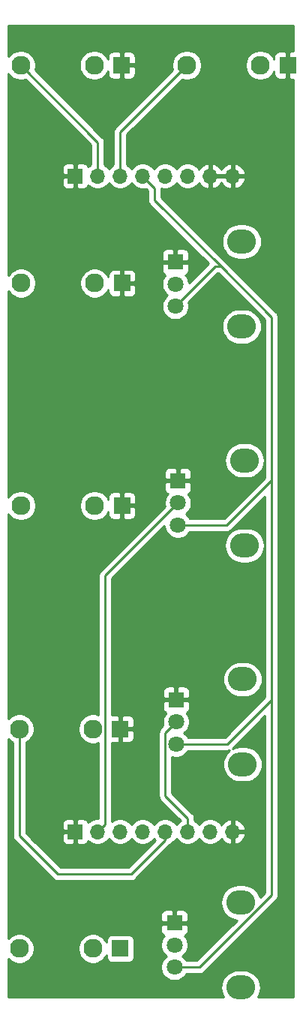
<source format=gbr>
G04 #@! TF.GenerationSoftware,KiCad,Pcbnew,5.1.6-1.fc31*
G04 #@! TF.CreationDate,2020-06-18T16:59:41-04:00*
G04 #@! TF.ProjectId,ChordArrayGUI,43686f72-6441-4727-9261-794755492e6b,rev?*
G04 #@! TF.SameCoordinates,Original*
G04 #@! TF.FileFunction,Copper,L1,Top*
G04 #@! TF.FilePolarity,Positive*
%FSLAX46Y46*%
G04 Gerber Fmt 4.6, Leading zero omitted, Abs format (unit mm)*
G04 Created by KiCad (PCBNEW 5.1.6-1.fc31) date 2020-06-18 16:59:41*
%MOMM*%
%LPD*%
G01*
G04 APERTURE LIST*
G04 #@! TA.AperFunction,ComponentPad*
%ADD10O,1.700000X1.700000*%
G04 #@! TD*
G04 #@! TA.AperFunction,ComponentPad*
%ADD11R,1.700000X1.700000*%
G04 #@! TD*
G04 #@! TA.AperFunction,ComponentPad*
%ADD12C,2.130000*%
G04 #@! TD*
G04 #@! TA.AperFunction,ComponentPad*
%ADD13R,1.830000X1.930000*%
G04 #@! TD*
G04 #@! TA.AperFunction,ComponentPad*
%ADD14R,1.800000X1.800000*%
G04 #@! TD*
G04 #@! TA.AperFunction,ComponentPad*
%ADD15C,1.800000*%
G04 #@! TD*
G04 #@! TA.AperFunction,ComponentPad*
%ADD16O,3.240000X2.720000*%
G04 #@! TD*
G04 #@! TA.AperFunction,Conductor*
%ADD17C,0.250000*%
G04 #@! TD*
G04 #@! TA.AperFunction,Conductor*
%ADD18C,0.254000*%
G04 #@! TD*
G04 APERTURE END LIST*
D10*
G04 #@! TO.P,J9,8*
G04 #@! TO.N,GND*
X125780000Y-109500000D03*
G04 #@! TO.P,J9,7*
G04 #@! TO.N,OFFS4*
X123240000Y-109500000D03*
G04 #@! TO.P,J9,6*
G04 #@! TO.N,OFFP4*
X120700000Y-109500000D03*
G04 #@! TO.P,J9,5*
G04 #@! TO.N,OFFS3*
X118160000Y-109500000D03*
G04 #@! TO.P,J9,4*
G04 #@! TO.N,OFFP3*
X115620000Y-109500000D03*
G04 #@! TO.P,J9,3*
G04 #@! TO.N,OFFS2*
X113080000Y-109500000D03*
G04 #@! TO.P,J9,2*
G04 #@! TO.N,OFFP2*
X110540000Y-109500000D03*
D11*
G04 #@! TO.P,J9,1*
G04 #@! TO.N,GND*
X108000000Y-109500000D03*
G04 #@! TD*
D10*
G04 #@! TO.P,J8,8*
G04 #@! TO.N,GND*
X125780000Y-35500000D03*
G04 #@! TO.P,J8,7*
X123240000Y-35500000D03*
G04 #@! TO.P,J8,6*
G04 #@! TO.N,OFFS1*
X120700000Y-35500000D03*
G04 #@! TO.P,J8,5*
G04 #@! TO.N,OFFP1*
X118160000Y-35500000D03*
G04 #@! TO.P,J8,4*
G04 #@! TO.N,1V*
X115620000Y-35500000D03*
G04 #@! TO.P,J8,3*
G04 #@! TO.N,BUFFOUT*
X113080000Y-35500000D03*
G04 #@! TO.P,J8,2*
G04 #@! TO.N,CVIN*
X110540000Y-35500000D03*
D11*
G04 #@! TO.P,J8,1*
G04 #@! TO.N,GND*
X108000000Y-35500000D03*
G04 #@! TD*
D12*
G04 #@! TO.P,J1,T*
G04 #@! TO.N,CVIN*
X101850000Y-23000000D03*
D13*
G04 #@! TO.P,J1,S*
G04 #@! TO.N,GND*
X113250000Y-23000000D03*
D12*
G04 #@! TO.P,J1,TN*
G04 #@! TO.N,N/C*
X110150000Y-23000000D03*
G04 #@! TD*
G04 #@! TO.P,J3,TN*
G04 #@! TO.N,N/C*
X128900000Y-23000000D03*
D13*
G04 #@! TO.P,J3,S*
G04 #@! TO.N,GND*
X132000000Y-23000000D03*
D12*
G04 #@! TO.P,J3,T*
G04 #@! TO.N,BUFFOUT*
X120600000Y-23000000D03*
G04 #@! TD*
G04 #@! TO.P,J4,T*
G04 #@! TO.N,OFFS1*
X101900000Y-47600000D03*
D13*
G04 #@! TO.P,J4,S*
G04 #@! TO.N,GND*
X113300000Y-47600000D03*
D12*
G04 #@! TO.P,J4,TN*
G04 #@! TO.N,N/C*
X110200000Y-47600000D03*
G04 #@! TD*
G04 #@! TO.P,J5,T*
G04 #@! TO.N,OFFS2*
X101884000Y-72700000D03*
D13*
G04 #@! TO.P,J5,S*
G04 #@! TO.N,GND*
X113284000Y-72700000D03*
D12*
G04 #@! TO.P,J5,TN*
G04 #@! TO.N,N/C*
X110184000Y-72700000D03*
G04 #@! TD*
G04 #@! TO.P,J6,TN*
G04 #@! TO.N,N/C*
X110000000Y-97900000D03*
D13*
G04 #@! TO.P,J6,S*
G04 #@! TO.N,GND*
X113100000Y-97900000D03*
D12*
G04 #@! TO.P,J6,T*
G04 #@! TO.N,OFFS3*
X101700000Y-97900000D03*
G04 #@! TD*
G04 #@! TO.P,J7,TN*
G04 #@! TO.N,N/C*
X110000000Y-122700000D03*
D13*
G04 #@! TO.P,J7,S*
G04 #@! TO.N,Net-(J7-PadS)*
X113100000Y-122700000D03*
D12*
G04 #@! TO.P,J7,T*
G04 #@! TO.N,OFFS4*
X101700000Y-122700000D03*
G04 #@! TD*
D14*
G04 #@! TO.P,RV2,1*
G04 #@! TO.N,GND*
X119300000Y-45200000D03*
D15*
G04 #@! TO.P,RV2,2*
G04 #@! TO.N,OFFP1*
X119300000Y-47700000D03*
G04 #@! TO.P,RV2,3*
G04 #@! TO.N,1V*
X119300000Y-50200000D03*
D16*
G04 #@! TO.P,RV2,*
G04 #@! TO.N,*
X126800000Y-52500000D03*
X126800000Y-42900000D03*
G04 #@! TD*
D14*
G04 #@! TO.P,RV3,1*
G04 #@! TO.N,GND*
X119600000Y-69900000D03*
D15*
G04 #@! TO.P,RV3,2*
G04 #@! TO.N,OFFP2*
X119600000Y-72400000D03*
G04 #@! TO.P,RV3,3*
G04 #@! TO.N,1V*
X119600000Y-74900000D03*
D16*
G04 #@! TO.P,RV3,*
G04 #@! TO.N,*
X127100000Y-77200000D03*
X127100000Y-67600000D03*
G04 #@! TD*
G04 #@! TO.P,RV4,*
G04 #@! TO.N,*
X126900000Y-92300000D03*
X126900000Y-101900000D03*
D15*
G04 #@! TO.P,RV4,3*
G04 #@! TO.N,1V*
X119400000Y-99600000D03*
G04 #@! TO.P,RV4,2*
G04 #@! TO.N,OFFP4*
X119400000Y-97100000D03*
D14*
G04 #@! TO.P,RV4,1*
G04 #@! TO.N,GND*
X119400000Y-94600000D03*
G04 #@! TD*
D16*
G04 #@! TO.P,RV5,*
G04 #@! TO.N,*
X126700000Y-117500000D03*
X126700000Y-127100000D03*
D15*
G04 #@! TO.P,RV5,3*
G04 #@! TO.N,1V*
X119200000Y-124800000D03*
G04 #@! TO.P,RV5,2*
G04 #@! TO.N,OFFP3*
X119200000Y-122300000D03*
D14*
G04 #@! TO.P,RV5,1*
G04 #@! TO.N,GND*
X119200000Y-119800000D03*
G04 #@! TD*
D17*
G04 #@! TO.N,1V*
X116984999Y-36864999D02*
X116984999Y-38244999D01*
X115620000Y-35500000D02*
X116984999Y-36864999D01*
X122042963Y-124800000D02*
X119200000Y-124800000D01*
X130175000Y-116667963D02*
X122042963Y-124800000D01*
X125190000Y-99600000D02*
X130175000Y-94615000D01*
X119400000Y-99600000D02*
X125190000Y-99600000D01*
X130175000Y-94615000D02*
X130175000Y-116667963D01*
X119600000Y-74900000D02*
X125125000Y-74900000D01*
X125125000Y-74900000D02*
X130175000Y-69850000D01*
X130175000Y-69850000D02*
X130175000Y-65405000D01*
X130175000Y-51435000D02*
X130175000Y-65405000D01*
X130175000Y-65405000D02*
X130175000Y-94615000D01*
X123780000Y-45720000D02*
X124460000Y-45720000D01*
X119300000Y-50200000D02*
X123780000Y-45720000D01*
X116984999Y-38244999D02*
X124460000Y-45720000D01*
X124460000Y-45720000D02*
X130175000Y-51435000D01*
G04 #@! TO.N,CVIN*
X110540000Y-31690000D02*
X101850000Y-23000000D01*
X110540000Y-35500000D02*
X110540000Y-31690000D01*
G04 #@! TO.N,BUFFOUT*
X113080000Y-30520000D02*
X120600000Y-23000000D01*
X113080000Y-35500000D02*
X113080000Y-30520000D01*
G04 #@! TO.N,OFFS3*
X101700000Y-97900000D02*
X101700000Y-109955000D01*
X101700000Y-109955000D02*
X106045000Y-114300000D01*
X106045000Y-114300000D02*
X114300000Y-114300000D01*
X118160000Y-110440000D02*
X118160000Y-109500000D01*
X114300000Y-114300000D02*
X118160000Y-110440000D01*
G04 #@! TO.N,OFFP4*
X120700000Y-109500000D02*
X120700000Y-108000000D01*
X118174999Y-98325001D02*
X119400000Y-97100000D01*
X118174999Y-105474999D02*
X118174999Y-98325001D01*
X120700000Y-108000000D02*
X118174999Y-105474999D01*
G04 #@! TO.N,OFFP2*
X111390001Y-108649999D02*
X110540000Y-109500000D01*
X111390001Y-80609999D02*
X111390001Y-108649999D01*
X119600000Y-72400000D02*
X111390001Y-80609999D01*
G04 #@! TD*
D18*
G04 #@! TO.N,GND*
G36*
X132588000Y-21398524D02*
G01*
X132285750Y-21400000D01*
X132127000Y-21558750D01*
X132127000Y-22873000D01*
X132147000Y-22873000D01*
X132147000Y-23127000D01*
X132127000Y-23127000D01*
X132127000Y-24441250D01*
X132285750Y-24600000D01*
X132588000Y-24601476D01*
X132588000Y-128143000D01*
X128664610Y-128143000D01*
X128812057Y-127867147D01*
X128926133Y-127491088D01*
X128964652Y-127100000D01*
X128926133Y-126708912D01*
X128812057Y-126332853D01*
X128626807Y-125986275D01*
X128377503Y-125682497D01*
X128073725Y-125433193D01*
X127727147Y-125247943D01*
X127351088Y-125133867D01*
X127057998Y-125105000D01*
X126342002Y-125105000D01*
X126048912Y-125133867D01*
X125672853Y-125247943D01*
X125326275Y-125433193D01*
X125022497Y-125682497D01*
X124773193Y-125986275D01*
X124587943Y-126332853D01*
X124473867Y-126708912D01*
X124435348Y-127100000D01*
X124473867Y-127491088D01*
X124587943Y-127867147D01*
X124735390Y-128143000D01*
X100457000Y-128143000D01*
X100457000Y-123861164D01*
X100616313Y-124020477D01*
X100894748Y-124206521D01*
X101204128Y-124334670D01*
X101532565Y-124400000D01*
X101867435Y-124400000D01*
X102195872Y-124334670D01*
X102505252Y-124206521D01*
X102783687Y-124020477D01*
X103020477Y-123783687D01*
X103206521Y-123505252D01*
X103334670Y-123195872D01*
X103400000Y-122867435D01*
X103400000Y-122532565D01*
X108300000Y-122532565D01*
X108300000Y-122867435D01*
X108365330Y-123195872D01*
X108493479Y-123505252D01*
X108679523Y-123783687D01*
X108916313Y-124020477D01*
X109194748Y-124206521D01*
X109504128Y-124334670D01*
X109832565Y-124400000D01*
X110167435Y-124400000D01*
X110495872Y-124334670D01*
X110805252Y-124206521D01*
X111083687Y-124020477D01*
X111320477Y-123783687D01*
X111506521Y-123505252D01*
X111546928Y-123407701D01*
X111546928Y-123665000D01*
X111559188Y-123789482D01*
X111595498Y-123909180D01*
X111654463Y-124019494D01*
X111733815Y-124116185D01*
X111830506Y-124195537D01*
X111940820Y-124254502D01*
X112060518Y-124290812D01*
X112185000Y-124303072D01*
X114015000Y-124303072D01*
X114139482Y-124290812D01*
X114259180Y-124254502D01*
X114369494Y-124195537D01*
X114466185Y-124116185D01*
X114545537Y-124019494D01*
X114604502Y-123909180D01*
X114640812Y-123789482D01*
X114653072Y-123665000D01*
X114653072Y-121735000D01*
X114640812Y-121610518D01*
X114604502Y-121490820D01*
X114545537Y-121380506D01*
X114466185Y-121283815D01*
X114369494Y-121204463D01*
X114259180Y-121145498D01*
X114139482Y-121109188D01*
X114015000Y-121096928D01*
X112185000Y-121096928D01*
X112060518Y-121109188D01*
X111940820Y-121145498D01*
X111830506Y-121204463D01*
X111733815Y-121283815D01*
X111654463Y-121380506D01*
X111595498Y-121490820D01*
X111559188Y-121610518D01*
X111546928Y-121735000D01*
X111546928Y-121992299D01*
X111506521Y-121894748D01*
X111320477Y-121616313D01*
X111083687Y-121379523D01*
X110805252Y-121193479D01*
X110495872Y-121065330D01*
X110167435Y-121000000D01*
X109832565Y-121000000D01*
X109504128Y-121065330D01*
X109194748Y-121193479D01*
X108916313Y-121379523D01*
X108679523Y-121616313D01*
X108493479Y-121894748D01*
X108365330Y-122204128D01*
X108300000Y-122532565D01*
X103400000Y-122532565D01*
X103334670Y-122204128D01*
X103206521Y-121894748D01*
X103020477Y-121616313D01*
X102783687Y-121379523D01*
X102505252Y-121193479D01*
X102195872Y-121065330D01*
X101867435Y-121000000D01*
X101532565Y-121000000D01*
X101204128Y-121065330D01*
X100894748Y-121193479D01*
X100616313Y-121379523D01*
X100457000Y-121538836D01*
X100457000Y-118900000D01*
X117661928Y-118900000D01*
X117665000Y-119514250D01*
X117823750Y-119673000D01*
X119073000Y-119673000D01*
X119073000Y-118423750D01*
X119327000Y-118423750D01*
X119327000Y-119673000D01*
X120576250Y-119673000D01*
X120735000Y-119514250D01*
X120738072Y-118900000D01*
X120725812Y-118775518D01*
X120689502Y-118655820D01*
X120630537Y-118545506D01*
X120551185Y-118448815D01*
X120454494Y-118369463D01*
X120344180Y-118310498D01*
X120224482Y-118274188D01*
X120100000Y-118261928D01*
X119485750Y-118265000D01*
X119327000Y-118423750D01*
X119073000Y-118423750D01*
X118914250Y-118265000D01*
X118300000Y-118261928D01*
X118175518Y-118274188D01*
X118055820Y-118310498D01*
X117945506Y-118369463D01*
X117848815Y-118448815D01*
X117769463Y-118545506D01*
X117710498Y-118655820D01*
X117674188Y-118775518D01*
X117661928Y-118900000D01*
X100457000Y-118900000D01*
X100457000Y-99061164D01*
X100616313Y-99220477D01*
X100894748Y-99406521D01*
X100940000Y-99425265D01*
X100940001Y-109917668D01*
X100936324Y-109955000D01*
X100950998Y-110103985D01*
X100994454Y-110247246D01*
X101065026Y-110379276D01*
X101136201Y-110466002D01*
X101160000Y-110495001D01*
X101188998Y-110518799D01*
X105481201Y-114811003D01*
X105504999Y-114840001D01*
X105533997Y-114863799D01*
X105620723Y-114934974D01*
X105752753Y-115005546D01*
X105896014Y-115049003D01*
X106007667Y-115060000D01*
X106007677Y-115060000D01*
X106045000Y-115063676D01*
X106082323Y-115060000D01*
X114262678Y-115060000D01*
X114300000Y-115063676D01*
X114337322Y-115060000D01*
X114337333Y-115060000D01*
X114448986Y-115049003D01*
X114592247Y-115005546D01*
X114724276Y-114934974D01*
X114840001Y-114840001D01*
X114863804Y-114810997D01*
X118671004Y-111003798D01*
X118700001Y-110980001D01*
X118794974Y-110864276D01*
X118808662Y-110838668D01*
X118863411Y-110815990D01*
X119106632Y-110653475D01*
X119313475Y-110446632D01*
X119430000Y-110272240D01*
X119546525Y-110446632D01*
X119753368Y-110653475D01*
X119996589Y-110815990D01*
X120266842Y-110927932D01*
X120553740Y-110985000D01*
X120846260Y-110985000D01*
X121133158Y-110927932D01*
X121403411Y-110815990D01*
X121646632Y-110653475D01*
X121853475Y-110446632D01*
X121970000Y-110272240D01*
X122086525Y-110446632D01*
X122293368Y-110653475D01*
X122536589Y-110815990D01*
X122806842Y-110927932D01*
X123093740Y-110985000D01*
X123386260Y-110985000D01*
X123673158Y-110927932D01*
X123943411Y-110815990D01*
X124186632Y-110653475D01*
X124393475Y-110446632D01*
X124515195Y-110264466D01*
X124584822Y-110381355D01*
X124779731Y-110597588D01*
X125013080Y-110771641D01*
X125275901Y-110896825D01*
X125423110Y-110941476D01*
X125653000Y-110820155D01*
X125653000Y-109627000D01*
X125907000Y-109627000D01*
X125907000Y-110820155D01*
X126136890Y-110941476D01*
X126284099Y-110896825D01*
X126546920Y-110771641D01*
X126780269Y-110597588D01*
X126975178Y-110381355D01*
X127124157Y-110131252D01*
X127221481Y-109856891D01*
X127100814Y-109627000D01*
X125907000Y-109627000D01*
X125653000Y-109627000D01*
X125633000Y-109627000D01*
X125633000Y-109373000D01*
X125653000Y-109373000D01*
X125653000Y-108179845D01*
X125907000Y-108179845D01*
X125907000Y-109373000D01*
X127100814Y-109373000D01*
X127221481Y-109143109D01*
X127124157Y-108868748D01*
X126975178Y-108618645D01*
X126780269Y-108402412D01*
X126546920Y-108228359D01*
X126284099Y-108103175D01*
X126136890Y-108058524D01*
X125907000Y-108179845D01*
X125653000Y-108179845D01*
X125423110Y-108058524D01*
X125275901Y-108103175D01*
X125013080Y-108228359D01*
X124779731Y-108402412D01*
X124584822Y-108618645D01*
X124515195Y-108735534D01*
X124393475Y-108553368D01*
X124186632Y-108346525D01*
X123943411Y-108184010D01*
X123673158Y-108072068D01*
X123386260Y-108015000D01*
X123093740Y-108015000D01*
X122806842Y-108072068D01*
X122536589Y-108184010D01*
X122293368Y-108346525D01*
X122086525Y-108553368D01*
X121970000Y-108727760D01*
X121853475Y-108553368D01*
X121646632Y-108346525D01*
X121460000Y-108221822D01*
X121460000Y-108037325D01*
X121463676Y-108000000D01*
X121460000Y-107962675D01*
X121460000Y-107962667D01*
X121449003Y-107851014D01*
X121405546Y-107707753D01*
X121334974Y-107575724D01*
X121240001Y-107459999D01*
X121211003Y-107436201D01*
X118934999Y-105160198D01*
X118934999Y-101068862D01*
X118952257Y-101076011D01*
X119248816Y-101135000D01*
X119551184Y-101135000D01*
X119847743Y-101076011D01*
X120127095Y-100960299D01*
X120378505Y-100792312D01*
X120592312Y-100578505D01*
X120738313Y-100360000D01*
X125152678Y-100360000D01*
X125190000Y-100363676D01*
X125227322Y-100360000D01*
X125227333Y-100360000D01*
X125338986Y-100349003D01*
X125412234Y-100326784D01*
X125222497Y-100482497D01*
X124973193Y-100786275D01*
X124787943Y-101132853D01*
X124673867Y-101508912D01*
X124635348Y-101900000D01*
X124673867Y-102291088D01*
X124787943Y-102667147D01*
X124973193Y-103013725D01*
X125222497Y-103317503D01*
X125526275Y-103566807D01*
X125872853Y-103752057D01*
X126248912Y-103866133D01*
X126542002Y-103895000D01*
X127257998Y-103895000D01*
X127551088Y-103866133D01*
X127927147Y-103752057D01*
X128273725Y-103566807D01*
X128577503Y-103317503D01*
X128826807Y-103013725D01*
X129012057Y-102667147D01*
X129126133Y-102291088D01*
X129164652Y-101900000D01*
X129126133Y-101508912D01*
X129012057Y-101132853D01*
X128826807Y-100786275D01*
X128577503Y-100482497D01*
X128273725Y-100233193D01*
X127927147Y-100047943D01*
X127551088Y-99933867D01*
X127257998Y-99905000D01*
X126542002Y-99905000D01*
X126248912Y-99933867D01*
X125872853Y-100047943D01*
X125752957Y-100112029D01*
X125753804Y-100110997D01*
X129415000Y-96449802D01*
X129415001Y-116353160D01*
X128864017Y-116904144D01*
X128812057Y-116732853D01*
X128626807Y-116386275D01*
X128377503Y-116082497D01*
X128073725Y-115833193D01*
X127727147Y-115647943D01*
X127351088Y-115533867D01*
X127057998Y-115505000D01*
X126342002Y-115505000D01*
X126048912Y-115533867D01*
X125672853Y-115647943D01*
X125326275Y-115833193D01*
X125022497Y-116082497D01*
X124773193Y-116386275D01*
X124587943Y-116732853D01*
X124473867Y-117108912D01*
X124435348Y-117500000D01*
X124473867Y-117891088D01*
X124587943Y-118267147D01*
X124773193Y-118613725D01*
X125022497Y-118917503D01*
X125326275Y-119166807D01*
X125672853Y-119352057D01*
X126048912Y-119466133D01*
X126279334Y-119488828D01*
X121728162Y-124040000D01*
X120538313Y-124040000D01*
X120392312Y-123821495D01*
X120178505Y-123607688D01*
X120092169Y-123550000D01*
X120178505Y-123492312D01*
X120392312Y-123278505D01*
X120560299Y-123027095D01*
X120676011Y-122747743D01*
X120735000Y-122451184D01*
X120735000Y-122148816D01*
X120676011Y-121852257D01*
X120560299Y-121572905D01*
X120392312Y-121321495D01*
X120354697Y-121283880D01*
X120454494Y-121230537D01*
X120551185Y-121151185D01*
X120630537Y-121054494D01*
X120689502Y-120944180D01*
X120725812Y-120824482D01*
X120738072Y-120700000D01*
X120735000Y-120085750D01*
X120576250Y-119927000D01*
X119327000Y-119927000D01*
X119327000Y-119947000D01*
X119073000Y-119947000D01*
X119073000Y-119927000D01*
X117823750Y-119927000D01*
X117665000Y-120085750D01*
X117661928Y-120700000D01*
X117674188Y-120824482D01*
X117710498Y-120944180D01*
X117769463Y-121054494D01*
X117848815Y-121151185D01*
X117945506Y-121230537D01*
X118045303Y-121283880D01*
X118007688Y-121321495D01*
X117839701Y-121572905D01*
X117723989Y-121852257D01*
X117665000Y-122148816D01*
X117665000Y-122451184D01*
X117723989Y-122747743D01*
X117839701Y-123027095D01*
X118007688Y-123278505D01*
X118221495Y-123492312D01*
X118307831Y-123550000D01*
X118221495Y-123607688D01*
X118007688Y-123821495D01*
X117839701Y-124072905D01*
X117723989Y-124352257D01*
X117665000Y-124648816D01*
X117665000Y-124951184D01*
X117723989Y-125247743D01*
X117839701Y-125527095D01*
X118007688Y-125778505D01*
X118221495Y-125992312D01*
X118472905Y-126160299D01*
X118752257Y-126276011D01*
X119048816Y-126335000D01*
X119351184Y-126335000D01*
X119647743Y-126276011D01*
X119927095Y-126160299D01*
X120178505Y-125992312D01*
X120392312Y-125778505D01*
X120538313Y-125560000D01*
X122005641Y-125560000D01*
X122042963Y-125563676D01*
X122080285Y-125560000D01*
X122080296Y-125560000D01*
X122191949Y-125549003D01*
X122335210Y-125505546D01*
X122467239Y-125434974D01*
X122582964Y-125340001D01*
X122606767Y-125310997D01*
X130686003Y-117231762D01*
X130715001Y-117207964D01*
X130796291Y-117108912D01*
X130809974Y-117092240D01*
X130880546Y-116960210D01*
X130924003Y-116816949D01*
X130935000Y-116705296D01*
X130935000Y-116705286D01*
X130938676Y-116667964D01*
X130935000Y-116630641D01*
X130935000Y-94652333D01*
X130938677Y-94615000D01*
X130935000Y-94577667D01*
X130935000Y-69887324D01*
X130938676Y-69850001D01*
X130935000Y-69812678D01*
X130935000Y-51472333D01*
X130938677Y-51435000D01*
X130924003Y-51286014D01*
X130880546Y-51142753D01*
X130809974Y-51010724D01*
X130738799Y-50923997D01*
X130715001Y-50894999D01*
X130686004Y-50871202D01*
X125023804Y-45209003D01*
X125000001Y-45179999D01*
X124971003Y-45156201D01*
X122714802Y-42900000D01*
X124535348Y-42900000D01*
X124573867Y-43291088D01*
X124687943Y-43667147D01*
X124873193Y-44013725D01*
X125122497Y-44317503D01*
X125426275Y-44566807D01*
X125772853Y-44752057D01*
X126148912Y-44866133D01*
X126442002Y-44895000D01*
X127157998Y-44895000D01*
X127451088Y-44866133D01*
X127827147Y-44752057D01*
X128173725Y-44566807D01*
X128477503Y-44317503D01*
X128726807Y-44013725D01*
X128912057Y-43667147D01*
X129026133Y-43291088D01*
X129064652Y-42900000D01*
X129026133Y-42508912D01*
X128912057Y-42132853D01*
X128726807Y-41786275D01*
X128477503Y-41482497D01*
X128173725Y-41233193D01*
X127827147Y-41047943D01*
X127451088Y-40933867D01*
X127157998Y-40905000D01*
X126442002Y-40905000D01*
X126148912Y-40933867D01*
X125772853Y-41047943D01*
X125426275Y-41233193D01*
X125122497Y-41482497D01*
X124873193Y-41786275D01*
X124687943Y-42132853D01*
X124573867Y-42508912D01*
X124535348Y-42900000D01*
X122714802Y-42900000D01*
X117744999Y-37930198D01*
X117744999Y-36931544D01*
X118013740Y-36985000D01*
X118306260Y-36985000D01*
X118593158Y-36927932D01*
X118863411Y-36815990D01*
X119106632Y-36653475D01*
X119313475Y-36446632D01*
X119430000Y-36272240D01*
X119546525Y-36446632D01*
X119753368Y-36653475D01*
X119996589Y-36815990D01*
X120266842Y-36927932D01*
X120553740Y-36985000D01*
X120846260Y-36985000D01*
X121133158Y-36927932D01*
X121403411Y-36815990D01*
X121646632Y-36653475D01*
X121853475Y-36446632D01*
X121975195Y-36264466D01*
X122044822Y-36381355D01*
X122239731Y-36597588D01*
X122473080Y-36771641D01*
X122735901Y-36896825D01*
X122883110Y-36941476D01*
X123113000Y-36820155D01*
X123113000Y-35627000D01*
X123367000Y-35627000D01*
X123367000Y-36820155D01*
X123596890Y-36941476D01*
X123744099Y-36896825D01*
X124006920Y-36771641D01*
X124240269Y-36597588D01*
X124435178Y-36381355D01*
X124510000Y-36255745D01*
X124584822Y-36381355D01*
X124779731Y-36597588D01*
X125013080Y-36771641D01*
X125275901Y-36896825D01*
X125423110Y-36941476D01*
X125653000Y-36820155D01*
X125653000Y-35627000D01*
X125907000Y-35627000D01*
X125907000Y-36820155D01*
X126136890Y-36941476D01*
X126284099Y-36896825D01*
X126546920Y-36771641D01*
X126780269Y-36597588D01*
X126975178Y-36381355D01*
X127124157Y-36131252D01*
X127221481Y-35856891D01*
X127100814Y-35627000D01*
X125907000Y-35627000D01*
X125653000Y-35627000D01*
X123367000Y-35627000D01*
X123113000Y-35627000D01*
X123093000Y-35627000D01*
X123093000Y-35373000D01*
X123113000Y-35373000D01*
X123113000Y-34179845D01*
X123367000Y-34179845D01*
X123367000Y-35373000D01*
X125653000Y-35373000D01*
X125653000Y-34179845D01*
X125907000Y-34179845D01*
X125907000Y-35373000D01*
X127100814Y-35373000D01*
X127221481Y-35143109D01*
X127124157Y-34868748D01*
X126975178Y-34618645D01*
X126780269Y-34402412D01*
X126546920Y-34228359D01*
X126284099Y-34103175D01*
X126136890Y-34058524D01*
X125907000Y-34179845D01*
X125653000Y-34179845D01*
X125423110Y-34058524D01*
X125275901Y-34103175D01*
X125013080Y-34228359D01*
X124779731Y-34402412D01*
X124584822Y-34618645D01*
X124510000Y-34744255D01*
X124435178Y-34618645D01*
X124240269Y-34402412D01*
X124006920Y-34228359D01*
X123744099Y-34103175D01*
X123596890Y-34058524D01*
X123367000Y-34179845D01*
X123113000Y-34179845D01*
X122883110Y-34058524D01*
X122735901Y-34103175D01*
X122473080Y-34228359D01*
X122239731Y-34402412D01*
X122044822Y-34618645D01*
X121975195Y-34735534D01*
X121853475Y-34553368D01*
X121646632Y-34346525D01*
X121403411Y-34184010D01*
X121133158Y-34072068D01*
X120846260Y-34015000D01*
X120553740Y-34015000D01*
X120266842Y-34072068D01*
X119996589Y-34184010D01*
X119753368Y-34346525D01*
X119546525Y-34553368D01*
X119430000Y-34727760D01*
X119313475Y-34553368D01*
X119106632Y-34346525D01*
X118863411Y-34184010D01*
X118593158Y-34072068D01*
X118306260Y-34015000D01*
X118013740Y-34015000D01*
X117726842Y-34072068D01*
X117456589Y-34184010D01*
X117213368Y-34346525D01*
X117006525Y-34553368D01*
X116890000Y-34727760D01*
X116773475Y-34553368D01*
X116566632Y-34346525D01*
X116323411Y-34184010D01*
X116053158Y-34072068D01*
X115766260Y-34015000D01*
X115473740Y-34015000D01*
X115186842Y-34072068D01*
X114916589Y-34184010D01*
X114673368Y-34346525D01*
X114466525Y-34553368D01*
X114350000Y-34727760D01*
X114233475Y-34553368D01*
X114026632Y-34346525D01*
X113840000Y-34221822D01*
X113840000Y-30834801D01*
X120058876Y-24615926D01*
X120104128Y-24634670D01*
X120432565Y-24700000D01*
X120767435Y-24700000D01*
X121095872Y-24634670D01*
X121405252Y-24506521D01*
X121683687Y-24320477D01*
X121920477Y-24083687D01*
X122106521Y-23805252D01*
X122234670Y-23495872D01*
X122300000Y-23167435D01*
X122300000Y-22832565D01*
X127200000Y-22832565D01*
X127200000Y-23167435D01*
X127265330Y-23495872D01*
X127393479Y-23805252D01*
X127579523Y-24083687D01*
X127816313Y-24320477D01*
X128094748Y-24506521D01*
X128404128Y-24634670D01*
X128732565Y-24700000D01*
X129067435Y-24700000D01*
X129395872Y-24634670D01*
X129705252Y-24506521D01*
X129983687Y-24320477D01*
X130220477Y-24083687D01*
X130406521Y-23805252D01*
X130448105Y-23704860D01*
X130446928Y-23965000D01*
X130459188Y-24089482D01*
X130495498Y-24209180D01*
X130554463Y-24319494D01*
X130633815Y-24416185D01*
X130730506Y-24495537D01*
X130840820Y-24554502D01*
X130960518Y-24590812D01*
X131085000Y-24603072D01*
X131714250Y-24600000D01*
X131873000Y-24441250D01*
X131873000Y-23127000D01*
X131853000Y-23127000D01*
X131853000Y-22873000D01*
X131873000Y-22873000D01*
X131873000Y-21558750D01*
X131714250Y-21400000D01*
X131085000Y-21396928D01*
X130960518Y-21409188D01*
X130840820Y-21445498D01*
X130730506Y-21504463D01*
X130633815Y-21583815D01*
X130554463Y-21680506D01*
X130495498Y-21790820D01*
X130459188Y-21910518D01*
X130446928Y-22035000D01*
X130448105Y-22295140D01*
X130406521Y-22194748D01*
X130220477Y-21916313D01*
X129983687Y-21679523D01*
X129705252Y-21493479D01*
X129395872Y-21365330D01*
X129067435Y-21300000D01*
X128732565Y-21300000D01*
X128404128Y-21365330D01*
X128094748Y-21493479D01*
X127816313Y-21679523D01*
X127579523Y-21916313D01*
X127393479Y-22194748D01*
X127265330Y-22504128D01*
X127200000Y-22832565D01*
X122300000Y-22832565D01*
X122234670Y-22504128D01*
X122106521Y-22194748D01*
X121920477Y-21916313D01*
X121683687Y-21679523D01*
X121405252Y-21493479D01*
X121095872Y-21365330D01*
X120767435Y-21300000D01*
X120432565Y-21300000D01*
X120104128Y-21365330D01*
X119794748Y-21493479D01*
X119516313Y-21679523D01*
X119279523Y-21916313D01*
X119093479Y-22194748D01*
X118965330Y-22504128D01*
X118900000Y-22832565D01*
X118900000Y-23167435D01*
X118965330Y-23495872D01*
X118984074Y-23541124D01*
X112568998Y-29956201D01*
X112540000Y-29979999D01*
X112516202Y-30008997D01*
X112516201Y-30008998D01*
X112445026Y-30095724D01*
X112374454Y-30227754D01*
X112330998Y-30371015D01*
X112316324Y-30520000D01*
X112320001Y-30557332D01*
X112320000Y-34221821D01*
X112133368Y-34346525D01*
X111926525Y-34553368D01*
X111810000Y-34727760D01*
X111693475Y-34553368D01*
X111486632Y-34346525D01*
X111300000Y-34221822D01*
X111300000Y-31727323D01*
X111303676Y-31690000D01*
X111300000Y-31652677D01*
X111300000Y-31652667D01*
X111289003Y-31541014D01*
X111245546Y-31397753D01*
X111174974Y-31265724D01*
X111080001Y-31149999D01*
X111051003Y-31126201D01*
X103465926Y-23541125D01*
X103484670Y-23495872D01*
X103550000Y-23167435D01*
X103550000Y-22832565D01*
X108450000Y-22832565D01*
X108450000Y-23167435D01*
X108515330Y-23495872D01*
X108643479Y-23805252D01*
X108829523Y-24083687D01*
X109066313Y-24320477D01*
X109344748Y-24506521D01*
X109654128Y-24634670D01*
X109982565Y-24700000D01*
X110317435Y-24700000D01*
X110645872Y-24634670D01*
X110955252Y-24506521D01*
X111233687Y-24320477D01*
X111470477Y-24083687D01*
X111656521Y-23805252D01*
X111698105Y-23704860D01*
X111696928Y-23965000D01*
X111709188Y-24089482D01*
X111745498Y-24209180D01*
X111804463Y-24319494D01*
X111883815Y-24416185D01*
X111980506Y-24495537D01*
X112090820Y-24554502D01*
X112210518Y-24590812D01*
X112335000Y-24603072D01*
X112964250Y-24600000D01*
X113123000Y-24441250D01*
X113123000Y-23127000D01*
X113377000Y-23127000D01*
X113377000Y-24441250D01*
X113535750Y-24600000D01*
X114165000Y-24603072D01*
X114289482Y-24590812D01*
X114409180Y-24554502D01*
X114519494Y-24495537D01*
X114616185Y-24416185D01*
X114695537Y-24319494D01*
X114754502Y-24209180D01*
X114790812Y-24089482D01*
X114803072Y-23965000D01*
X114800000Y-23285750D01*
X114641250Y-23127000D01*
X113377000Y-23127000D01*
X113123000Y-23127000D01*
X113103000Y-23127000D01*
X113103000Y-22873000D01*
X113123000Y-22873000D01*
X113123000Y-21558750D01*
X113377000Y-21558750D01*
X113377000Y-22873000D01*
X114641250Y-22873000D01*
X114800000Y-22714250D01*
X114803072Y-22035000D01*
X114790812Y-21910518D01*
X114754502Y-21790820D01*
X114695537Y-21680506D01*
X114616185Y-21583815D01*
X114519494Y-21504463D01*
X114409180Y-21445498D01*
X114289482Y-21409188D01*
X114165000Y-21396928D01*
X113535750Y-21400000D01*
X113377000Y-21558750D01*
X113123000Y-21558750D01*
X112964250Y-21400000D01*
X112335000Y-21396928D01*
X112210518Y-21409188D01*
X112090820Y-21445498D01*
X111980506Y-21504463D01*
X111883815Y-21583815D01*
X111804463Y-21680506D01*
X111745498Y-21790820D01*
X111709188Y-21910518D01*
X111696928Y-22035000D01*
X111698105Y-22295140D01*
X111656521Y-22194748D01*
X111470477Y-21916313D01*
X111233687Y-21679523D01*
X110955252Y-21493479D01*
X110645872Y-21365330D01*
X110317435Y-21300000D01*
X109982565Y-21300000D01*
X109654128Y-21365330D01*
X109344748Y-21493479D01*
X109066313Y-21679523D01*
X108829523Y-21916313D01*
X108643479Y-22194748D01*
X108515330Y-22504128D01*
X108450000Y-22832565D01*
X103550000Y-22832565D01*
X103484670Y-22504128D01*
X103356521Y-22194748D01*
X103170477Y-21916313D01*
X102933687Y-21679523D01*
X102655252Y-21493479D01*
X102345872Y-21365330D01*
X102017435Y-21300000D01*
X101682565Y-21300000D01*
X101354128Y-21365330D01*
X101044748Y-21493479D01*
X100766313Y-21679523D01*
X100529523Y-21916313D01*
X100457000Y-22024852D01*
X100457000Y-18542000D01*
X132588000Y-18542000D01*
X132588000Y-21398524D01*
G37*
X132588000Y-21398524D02*
X132285750Y-21400000D01*
X132127000Y-21558750D01*
X132127000Y-22873000D01*
X132147000Y-22873000D01*
X132147000Y-23127000D01*
X132127000Y-23127000D01*
X132127000Y-24441250D01*
X132285750Y-24600000D01*
X132588000Y-24601476D01*
X132588000Y-128143000D01*
X128664610Y-128143000D01*
X128812057Y-127867147D01*
X128926133Y-127491088D01*
X128964652Y-127100000D01*
X128926133Y-126708912D01*
X128812057Y-126332853D01*
X128626807Y-125986275D01*
X128377503Y-125682497D01*
X128073725Y-125433193D01*
X127727147Y-125247943D01*
X127351088Y-125133867D01*
X127057998Y-125105000D01*
X126342002Y-125105000D01*
X126048912Y-125133867D01*
X125672853Y-125247943D01*
X125326275Y-125433193D01*
X125022497Y-125682497D01*
X124773193Y-125986275D01*
X124587943Y-126332853D01*
X124473867Y-126708912D01*
X124435348Y-127100000D01*
X124473867Y-127491088D01*
X124587943Y-127867147D01*
X124735390Y-128143000D01*
X100457000Y-128143000D01*
X100457000Y-123861164D01*
X100616313Y-124020477D01*
X100894748Y-124206521D01*
X101204128Y-124334670D01*
X101532565Y-124400000D01*
X101867435Y-124400000D01*
X102195872Y-124334670D01*
X102505252Y-124206521D01*
X102783687Y-124020477D01*
X103020477Y-123783687D01*
X103206521Y-123505252D01*
X103334670Y-123195872D01*
X103400000Y-122867435D01*
X103400000Y-122532565D01*
X108300000Y-122532565D01*
X108300000Y-122867435D01*
X108365330Y-123195872D01*
X108493479Y-123505252D01*
X108679523Y-123783687D01*
X108916313Y-124020477D01*
X109194748Y-124206521D01*
X109504128Y-124334670D01*
X109832565Y-124400000D01*
X110167435Y-124400000D01*
X110495872Y-124334670D01*
X110805252Y-124206521D01*
X111083687Y-124020477D01*
X111320477Y-123783687D01*
X111506521Y-123505252D01*
X111546928Y-123407701D01*
X111546928Y-123665000D01*
X111559188Y-123789482D01*
X111595498Y-123909180D01*
X111654463Y-124019494D01*
X111733815Y-124116185D01*
X111830506Y-124195537D01*
X111940820Y-124254502D01*
X112060518Y-124290812D01*
X112185000Y-124303072D01*
X114015000Y-124303072D01*
X114139482Y-124290812D01*
X114259180Y-124254502D01*
X114369494Y-124195537D01*
X114466185Y-124116185D01*
X114545537Y-124019494D01*
X114604502Y-123909180D01*
X114640812Y-123789482D01*
X114653072Y-123665000D01*
X114653072Y-121735000D01*
X114640812Y-121610518D01*
X114604502Y-121490820D01*
X114545537Y-121380506D01*
X114466185Y-121283815D01*
X114369494Y-121204463D01*
X114259180Y-121145498D01*
X114139482Y-121109188D01*
X114015000Y-121096928D01*
X112185000Y-121096928D01*
X112060518Y-121109188D01*
X111940820Y-121145498D01*
X111830506Y-121204463D01*
X111733815Y-121283815D01*
X111654463Y-121380506D01*
X111595498Y-121490820D01*
X111559188Y-121610518D01*
X111546928Y-121735000D01*
X111546928Y-121992299D01*
X111506521Y-121894748D01*
X111320477Y-121616313D01*
X111083687Y-121379523D01*
X110805252Y-121193479D01*
X110495872Y-121065330D01*
X110167435Y-121000000D01*
X109832565Y-121000000D01*
X109504128Y-121065330D01*
X109194748Y-121193479D01*
X108916313Y-121379523D01*
X108679523Y-121616313D01*
X108493479Y-121894748D01*
X108365330Y-122204128D01*
X108300000Y-122532565D01*
X103400000Y-122532565D01*
X103334670Y-122204128D01*
X103206521Y-121894748D01*
X103020477Y-121616313D01*
X102783687Y-121379523D01*
X102505252Y-121193479D01*
X102195872Y-121065330D01*
X101867435Y-121000000D01*
X101532565Y-121000000D01*
X101204128Y-121065330D01*
X100894748Y-121193479D01*
X100616313Y-121379523D01*
X100457000Y-121538836D01*
X100457000Y-118900000D01*
X117661928Y-118900000D01*
X117665000Y-119514250D01*
X117823750Y-119673000D01*
X119073000Y-119673000D01*
X119073000Y-118423750D01*
X119327000Y-118423750D01*
X119327000Y-119673000D01*
X120576250Y-119673000D01*
X120735000Y-119514250D01*
X120738072Y-118900000D01*
X120725812Y-118775518D01*
X120689502Y-118655820D01*
X120630537Y-118545506D01*
X120551185Y-118448815D01*
X120454494Y-118369463D01*
X120344180Y-118310498D01*
X120224482Y-118274188D01*
X120100000Y-118261928D01*
X119485750Y-118265000D01*
X119327000Y-118423750D01*
X119073000Y-118423750D01*
X118914250Y-118265000D01*
X118300000Y-118261928D01*
X118175518Y-118274188D01*
X118055820Y-118310498D01*
X117945506Y-118369463D01*
X117848815Y-118448815D01*
X117769463Y-118545506D01*
X117710498Y-118655820D01*
X117674188Y-118775518D01*
X117661928Y-118900000D01*
X100457000Y-118900000D01*
X100457000Y-99061164D01*
X100616313Y-99220477D01*
X100894748Y-99406521D01*
X100940000Y-99425265D01*
X100940001Y-109917668D01*
X100936324Y-109955000D01*
X100950998Y-110103985D01*
X100994454Y-110247246D01*
X101065026Y-110379276D01*
X101136201Y-110466002D01*
X101160000Y-110495001D01*
X101188998Y-110518799D01*
X105481201Y-114811003D01*
X105504999Y-114840001D01*
X105533997Y-114863799D01*
X105620723Y-114934974D01*
X105752753Y-115005546D01*
X105896014Y-115049003D01*
X106007667Y-115060000D01*
X106007677Y-115060000D01*
X106045000Y-115063676D01*
X106082323Y-115060000D01*
X114262678Y-115060000D01*
X114300000Y-115063676D01*
X114337322Y-115060000D01*
X114337333Y-115060000D01*
X114448986Y-115049003D01*
X114592247Y-115005546D01*
X114724276Y-114934974D01*
X114840001Y-114840001D01*
X114863804Y-114810997D01*
X118671004Y-111003798D01*
X118700001Y-110980001D01*
X118794974Y-110864276D01*
X118808662Y-110838668D01*
X118863411Y-110815990D01*
X119106632Y-110653475D01*
X119313475Y-110446632D01*
X119430000Y-110272240D01*
X119546525Y-110446632D01*
X119753368Y-110653475D01*
X119996589Y-110815990D01*
X120266842Y-110927932D01*
X120553740Y-110985000D01*
X120846260Y-110985000D01*
X121133158Y-110927932D01*
X121403411Y-110815990D01*
X121646632Y-110653475D01*
X121853475Y-110446632D01*
X121970000Y-110272240D01*
X122086525Y-110446632D01*
X122293368Y-110653475D01*
X122536589Y-110815990D01*
X122806842Y-110927932D01*
X123093740Y-110985000D01*
X123386260Y-110985000D01*
X123673158Y-110927932D01*
X123943411Y-110815990D01*
X124186632Y-110653475D01*
X124393475Y-110446632D01*
X124515195Y-110264466D01*
X124584822Y-110381355D01*
X124779731Y-110597588D01*
X125013080Y-110771641D01*
X125275901Y-110896825D01*
X125423110Y-110941476D01*
X125653000Y-110820155D01*
X125653000Y-109627000D01*
X125907000Y-109627000D01*
X125907000Y-110820155D01*
X126136890Y-110941476D01*
X126284099Y-110896825D01*
X126546920Y-110771641D01*
X126780269Y-110597588D01*
X126975178Y-110381355D01*
X127124157Y-110131252D01*
X127221481Y-109856891D01*
X127100814Y-109627000D01*
X125907000Y-109627000D01*
X125653000Y-109627000D01*
X125633000Y-109627000D01*
X125633000Y-109373000D01*
X125653000Y-109373000D01*
X125653000Y-108179845D01*
X125907000Y-108179845D01*
X125907000Y-109373000D01*
X127100814Y-109373000D01*
X127221481Y-109143109D01*
X127124157Y-108868748D01*
X126975178Y-108618645D01*
X126780269Y-108402412D01*
X126546920Y-108228359D01*
X126284099Y-108103175D01*
X126136890Y-108058524D01*
X125907000Y-108179845D01*
X125653000Y-108179845D01*
X125423110Y-108058524D01*
X125275901Y-108103175D01*
X125013080Y-108228359D01*
X124779731Y-108402412D01*
X124584822Y-108618645D01*
X124515195Y-108735534D01*
X124393475Y-108553368D01*
X124186632Y-108346525D01*
X123943411Y-108184010D01*
X123673158Y-108072068D01*
X123386260Y-108015000D01*
X123093740Y-108015000D01*
X122806842Y-108072068D01*
X122536589Y-108184010D01*
X122293368Y-108346525D01*
X122086525Y-108553368D01*
X121970000Y-108727760D01*
X121853475Y-108553368D01*
X121646632Y-108346525D01*
X121460000Y-108221822D01*
X121460000Y-108037325D01*
X121463676Y-108000000D01*
X121460000Y-107962675D01*
X121460000Y-107962667D01*
X121449003Y-107851014D01*
X121405546Y-107707753D01*
X121334974Y-107575724D01*
X121240001Y-107459999D01*
X121211003Y-107436201D01*
X118934999Y-105160198D01*
X118934999Y-101068862D01*
X118952257Y-101076011D01*
X119248816Y-101135000D01*
X119551184Y-101135000D01*
X119847743Y-101076011D01*
X120127095Y-100960299D01*
X120378505Y-100792312D01*
X120592312Y-100578505D01*
X120738313Y-100360000D01*
X125152678Y-100360000D01*
X125190000Y-100363676D01*
X125227322Y-100360000D01*
X125227333Y-100360000D01*
X125338986Y-100349003D01*
X125412234Y-100326784D01*
X125222497Y-100482497D01*
X124973193Y-100786275D01*
X124787943Y-101132853D01*
X124673867Y-101508912D01*
X124635348Y-101900000D01*
X124673867Y-102291088D01*
X124787943Y-102667147D01*
X124973193Y-103013725D01*
X125222497Y-103317503D01*
X125526275Y-103566807D01*
X125872853Y-103752057D01*
X126248912Y-103866133D01*
X126542002Y-103895000D01*
X127257998Y-103895000D01*
X127551088Y-103866133D01*
X127927147Y-103752057D01*
X128273725Y-103566807D01*
X128577503Y-103317503D01*
X128826807Y-103013725D01*
X129012057Y-102667147D01*
X129126133Y-102291088D01*
X129164652Y-101900000D01*
X129126133Y-101508912D01*
X129012057Y-101132853D01*
X128826807Y-100786275D01*
X128577503Y-100482497D01*
X128273725Y-100233193D01*
X127927147Y-100047943D01*
X127551088Y-99933867D01*
X127257998Y-99905000D01*
X126542002Y-99905000D01*
X126248912Y-99933867D01*
X125872853Y-100047943D01*
X125752957Y-100112029D01*
X125753804Y-100110997D01*
X129415000Y-96449802D01*
X129415001Y-116353160D01*
X128864017Y-116904144D01*
X128812057Y-116732853D01*
X128626807Y-116386275D01*
X128377503Y-116082497D01*
X128073725Y-115833193D01*
X127727147Y-115647943D01*
X127351088Y-115533867D01*
X127057998Y-115505000D01*
X126342002Y-115505000D01*
X126048912Y-115533867D01*
X125672853Y-115647943D01*
X125326275Y-115833193D01*
X125022497Y-116082497D01*
X124773193Y-116386275D01*
X124587943Y-116732853D01*
X124473867Y-117108912D01*
X124435348Y-117500000D01*
X124473867Y-117891088D01*
X124587943Y-118267147D01*
X124773193Y-118613725D01*
X125022497Y-118917503D01*
X125326275Y-119166807D01*
X125672853Y-119352057D01*
X126048912Y-119466133D01*
X126279334Y-119488828D01*
X121728162Y-124040000D01*
X120538313Y-124040000D01*
X120392312Y-123821495D01*
X120178505Y-123607688D01*
X120092169Y-123550000D01*
X120178505Y-123492312D01*
X120392312Y-123278505D01*
X120560299Y-123027095D01*
X120676011Y-122747743D01*
X120735000Y-122451184D01*
X120735000Y-122148816D01*
X120676011Y-121852257D01*
X120560299Y-121572905D01*
X120392312Y-121321495D01*
X120354697Y-121283880D01*
X120454494Y-121230537D01*
X120551185Y-121151185D01*
X120630537Y-121054494D01*
X120689502Y-120944180D01*
X120725812Y-120824482D01*
X120738072Y-120700000D01*
X120735000Y-120085750D01*
X120576250Y-119927000D01*
X119327000Y-119927000D01*
X119327000Y-119947000D01*
X119073000Y-119947000D01*
X119073000Y-119927000D01*
X117823750Y-119927000D01*
X117665000Y-120085750D01*
X117661928Y-120700000D01*
X117674188Y-120824482D01*
X117710498Y-120944180D01*
X117769463Y-121054494D01*
X117848815Y-121151185D01*
X117945506Y-121230537D01*
X118045303Y-121283880D01*
X118007688Y-121321495D01*
X117839701Y-121572905D01*
X117723989Y-121852257D01*
X117665000Y-122148816D01*
X117665000Y-122451184D01*
X117723989Y-122747743D01*
X117839701Y-123027095D01*
X118007688Y-123278505D01*
X118221495Y-123492312D01*
X118307831Y-123550000D01*
X118221495Y-123607688D01*
X118007688Y-123821495D01*
X117839701Y-124072905D01*
X117723989Y-124352257D01*
X117665000Y-124648816D01*
X117665000Y-124951184D01*
X117723989Y-125247743D01*
X117839701Y-125527095D01*
X118007688Y-125778505D01*
X118221495Y-125992312D01*
X118472905Y-126160299D01*
X118752257Y-126276011D01*
X119048816Y-126335000D01*
X119351184Y-126335000D01*
X119647743Y-126276011D01*
X119927095Y-126160299D01*
X120178505Y-125992312D01*
X120392312Y-125778505D01*
X120538313Y-125560000D01*
X122005641Y-125560000D01*
X122042963Y-125563676D01*
X122080285Y-125560000D01*
X122080296Y-125560000D01*
X122191949Y-125549003D01*
X122335210Y-125505546D01*
X122467239Y-125434974D01*
X122582964Y-125340001D01*
X122606767Y-125310997D01*
X130686003Y-117231762D01*
X130715001Y-117207964D01*
X130796291Y-117108912D01*
X130809974Y-117092240D01*
X130880546Y-116960210D01*
X130924003Y-116816949D01*
X130935000Y-116705296D01*
X130935000Y-116705286D01*
X130938676Y-116667964D01*
X130935000Y-116630641D01*
X130935000Y-94652333D01*
X130938677Y-94615000D01*
X130935000Y-94577667D01*
X130935000Y-69887324D01*
X130938676Y-69850001D01*
X130935000Y-69812678D01*
X130935000Y-51472333D01*
X130938677Y-51435000D01*
X130924003Y-51286014D01*
X130880546Y-51142753D01*
X130809974Y-51010724D01*
X130738799Y-50923997D01*
X130715001Y-50894999D01*
X130686004Y-50871202D01*
X125023804Y-45209003D01*
X125000001Y-45179999D01*
X124971003Y-45156201D01*
X122714802Y-42900000D01*
X124535348Y-42900000D01*
X124573867Y-43291088D01*
X124687943Y-43667147D01*
X124873193Y-44013725D01*
X125122497Y-44317503D01*
X125426275Y-44566807D01*
X125772853Y-44752057D01*
X126148912Y-44866133D01*
X126442002Y-44895000D01*
X127157998Y-44895000D01*
X127451088Y-44866133D01*
X127827147Y-44752057D01*
X128173725Y-44566807D01*
X128477503Y-44317503D01*
X128726807Y-44013725D01*
X128912057Y-43667147D01*
X129026133Y-43291088D01*
X129064652Y-42900000D01*
X129026133Y-42508912D01*
X128912057Y-42132853D01*
X128726807Y-41786275D01*
X128477503Y-41482497D01*
X128173725Y-41233193D01*
X127827147Y-41047943D01*
X127451088Y-40933867D01*
X127157998Y-40905000D01*
X126442002Y-40905000D01*
X126148912Y-40933867D01*
X125772853Y-41047943D01*
X125426275Y-41233193D01*
X125122497Y-41482497D01*
X124873193Y-41786275D01*
X124687943Y-42132853D01*
X124573867Y-42508912D01*
X124535348Y-42900000D01*
X122714802Y-42900000D01*
X117744999Y-37930198D01*
X117744999Y-36931544D01*
X118013740Y-36985000D01*
X118306260Y-36985000D01*
X118593158Y-36927932D01*
X118863411Y-36815990D01*
X119106632Y-36653475D01*
X119313475Y-36446632D01*
X119430000Y-36272240D01*
X119546525Y-36446632D01*
X119753368Y-36653475D01*
X119996589Y-36815990D01*
X120266842Y-36927932D01*
X120553740Y-36985000D01*
X120846260Y-36985000D01*
X121133158Y-36927932D01*
X121403411Y-36815990D01*
X121646632Y-36653475D01*
X121853475Y-36446632D01*
X121975195Y-36264466D01*
X122044822Y-36381355D01*
X122239731Y-36597588D01*
X122473080Y-36771641D01*
X122735901Y-36896825D01*
X122883110Y-36941476D01*
X123113000Y-36820155D01*
X123113000Y-35627000D01*
X123367000Y-35627000D01*
X123367000Y-36820155D01*
X123596890Y-36941476D01*
X123744099Y-36896825D01*
X124006920Y-36771641D01*
X124240269Y-36597588D01*
X124435178Y-36381355D01*
X124510000Y-36255745D01*
X124584822Y-36381355D01*
X124779731Y-36597588D01*
X125013080Y-36771641D01*
X125275901Y-36896825D01*
X125423110Y-36941476D01*
X125653000Y-36820155D01*
X125653000Y-35627000D01*
X125907000Y-35627000D01*
X125907000Y-36820155D01*
X126136890Y-36941476D01*
X126284099Y-36896825D01*
X126546920Y-36771641D01*
X126780269Y-36597588D01*
X126975178Y-36381355D01*
X127124157Y-36131252D01*
X127221481Y-35856891D01*
X127100814Y-35627000D01*
X125907000Y-35627000D01*
X125653000Y-35627000D01*
X123367000Y-35627000D01*
X123113000Y-35627000D01*
X123093000Y-35627000D01*
X123093000Y-35373000D01*
X123113000Y-35373000D01*
X123113000Y-34179845D01*
X123367000Y-34179845D01*
X123367000Y-35373000D01*
X125653000Y-35373000D01*
X125653000Y-34179845D01*
X125907000Y-34179845D01*
X125907000Y-35373000D01*
X127100814Y-35373000D01*
X127221481Y-35143109D01*
X127124157Y-34868748D01*
X126975178Y-34618645D01*
X126780269Y-34402412D01*
X126546920Y-34228359D01*
X126284099Y-34103175D01*
X126136890Y-34058524D01*
X125907000Y-34179845D01*
X125653000Y-34179845D01*
X125423110Y-34058524D01*
X125275901Y-34103175D01*
X125013080Y-34228359D01*
X124779731Y-34402412D01*
X124584822Y-34618645D01*
X124510000Y-34744255D01*
X124435178Y-34618645D01*
X124240269Y-34402412D01*
X124006920Y-34228359D01*
X123744099Y-34103175D01*
X123596890Y-34058524D01*
X123367000Y-34179845D01*
X123113000Y-34179845D01*
X122883110Y-34058524D01*
X122735901Y-34103175D01*
X122473080Y-34228359D01*
X122239731Y-34402412D01*
X122044822Y-34618645D01*
X121975195Y-34735534D01*
X121853475Y-34553368D01*
X121646632Y-34346525D01*
X121403411Y-34184010D01*
X121133158Y-34072068D01*
X120846260Y-34015000D01*
X120553740Y-34015000D01*
X120266842Y-34072068D01*
X119996589Y-34184010D01*
X119753368Y-34346525D01*
X119546525Y-34553368D01*
X119430000Y-34727760D01*
X119313475Y-34553368D01*
X119106632Y-34346525D01*
X118863411Y-34184010D01*
X118593158Y-34072068D01*
X118306260Y-34015000D01*
X118013740Y-34015000D01*
X117726842Y-34072068D01*
X117456589Y-34184010D01*
X117213368Y-34346525D01*
X117006525Y-34553368D01*
X116890000Y-34727760D01*
X116773475Y-34553368D01*
X116566632Y-34346525D01*
X116323411Y-34184010D01*
X116053158Y-34072068D01*
X115766260Y-34015000D01*
X115473740Y-34015000D01*
X115186842Y-34072068D01*
X114916589Y-34184010D01*
X114673368Y-34346525D01*
X114466525Y-34553368D01*
X114350000Y-34727760D01*
X114233475Y-34553368D01*
X114026632Y-34346525D01*
X113840000Y-34221822D01*
X113840000Y-30834801D01*
X120058876Y-24615926D01*
X120104128Y-24634670D01*
X120432565Y-24700000D01*
X120767435Y-24700000D01*
X121095872Y-24634670D01*
X121405252Y-24506521D01*
X121683687Y-24320477D01*
X121920477Y-24083687D01*
X122106521Y-23805252D01*
X122234670Y-23495872D01*
X122300000Y-23167435D01*
X122300000Y-22832565D01*
X127200000Y-22832565D01*
X127200000Y-23167435D01*
X127265330Y-23495872D01*
X127393479Y-23805252D01*
X127579523Y-24083687D01*
X127816313Y-24320477D01*
X128094748Y-24506521D01*
X128404128Y-24634670D01*
X128732565Y-24700000D01*
X129067435Y-24700000D01*
X129395872Y-24634670D01*
X129705252Y-24506521D01*
X129983687Y-24320477D01*
X130220477Y-24083687D01*
X130406521Y-23805252D01*
X130448105Y-23704860D01*
X130446928Y-23965000D01*
X130459188Y-24089482D01*
X130495498Y-24209180D01*
X130554463Y-24319494D01*
X130633815Y-24416185D01*
X130730506Y-24495537D01*
X130840820Y-24554502D01*
X130960518Y-24590812D01*
X131085000Y-24603072D01*
X131714250Y-24600000D01*
X131873000Y-24441250D01*
X131873000Y-23127000D01*
X131853000Y-23127000D01*
X131853000Y-22873000D01*
X131873000Y-22873000D01*
X131873000Y-21558750D01*
X131714250Y-21400000D01*
X131085000Y-21396928D01*
X130960518Y-21409188D01*
X130840820Y-21445498D01*
X130730506Y-21504463D01*
X130633815Y-21583815D01*
X130554463Y-21680506D01*
X130495498Y-21790820D01*
X130459188Y-21910518D01*
X130446928Y-22035000D01*
X130448105Y-22295140D01*
X130406521Y-22194748D01*
X130220477Y-21916313D01*
X129983687Y-21679523D01*
X129705252Y-21493479D01*
X129395872Y-21365330D01*
X129067435Y-21300000D01*
X128732565Y-21300000D01*
X128404128Y-21365330D01*
X128094748Y-21493479D01*
X127816313Y-21679523D01*
X127579523Y-21916313D01*
X127393479Y-22194748D01*
X127265330Y-22504128D01*
X127200000Y-22832565D01*
X122300000Y-22832565D01*
X122234670Y-22504128D01*
X122106521Y-22194748D01*
X121920477Y-21916313D01*
X121683687Y-21679523D01*
X121405252Y-21493479D01*
X121095872Y-21365330D01*
X120767435Y-21300000D01*
X120432565Y-21300000D01*
X120104128Y-21365330D01*
X119794748Y-21493479D01*
X119516313Y-21679523D01*
X119279523Y-21916313D01*
X119093479Y-22194748D01*
X118965330Y-22504128D01*
X118900000Y-22832565D01*
X118900000Y-23167435D01*
X118965330Y-23495872D01*
X118984074Y-23541124D01*
X112568998Y-29956201D01*
X112540000Y-29979999D01*
X112516202Y-30008997D01*
X112516201Y-30008998D01*
X112445026Y-30095724D01*
X112374454Y-30227754D01*
X112330998Y-30371015D01*
X112316324Y-30520000D01*
X112320001Y-30557332D01*
X112320000Y-34221821D01*
X112133368Y-34346525D01*
X111926525Y-34553368D01*
X111810000Y-34727760D01*
X111693475Y-34553368D01*
X111486632Y-34346525D01*
X111300000Y-34221822D01*
X111300000Y-31727323D01*
X111303676Y-31690000D01*
X111300000Y-31652677D01*
X111300000Y-31652667D01*
X111289003Y-31541014D01*
X111245546Y-31397753D01*
X111174974Y-31265724D01*
X111080001Y-31149999D01*
X111051003Y-31126201D01*
X103465926Y-23541125D01*
X103484670Y-23495872D01*
X103550000Y-23167435D01*
X103550000Y-22832565D01*
X108450000Y-22832565D01*
X108450000Y-23167435D01*
X108515330Y-23495872D01*
X108643479Y-23805252D01*
X108829523Y-24083687D01*
X109066313Y-24320477D01*
X109344748Y-24506521D01*
X109654128Y-24634670D01*
X109982565Y-24700000D01*
X110317435Y-24700000D01*
X110645872Y-24634670D01*
X110955252Y-24506521D01*
X111233687Y-24320477D01*
X111470477Y-24083687D01*
X111656521Y-23805252D01*
X111698105Y-23704860D01*
X111696928Y-23965000D01*
X111709188Y-24089482D01*
X111745498Y-24209180D01*
X111804463Y-24319494D01*
X111883815Y-24416185D01*
X111980506Y-24495537D01*
X112090820Y-24554502D01*
X112210518Y-24590812D01*
X112335000Y-24603072D01*
X112964250Y-24600000D01*
X113123000Y-24441250D01*
X113123000Y-23127000D01*
X113377000Y-23127000D01*
X113377000Y-24441250D01*
X113535750Y-24600000D01*
X114165000Y-24603072D01*
X114289482Y-24590812D01*
X114409180Y-24554502D01*
X114519494Y-24495537D01*
X114616185Y-24416185D01*
X114695537Y-24319494D01*
X114754502Y-24209180D01*
X114790812Y-24089482D01*
X114803072Y-23965000D01*
X114800000Y-23285750D01*
X114641250Y-23127000D01*
X113377000Y-23127000D01*
X113123000Y-23127000D01*
X113103000Y-23127000D01*
X113103000Y-22873000D01*
X113123000Y-22873000D01*
X113123000Y-21558750D01*
X113377000Y-21558750D01*
X113377000Y-22873000D01*
X114641250Y-22873000D01*
X114800000Y-22714250D01*
X114803072Y-22035000D01*
X114790812Y-21910518D01*
X114754502Y-21790820D01*
X114695537Y-21680506D01*
X114616185Y-21583815D01*
X114519494Y-21504463D01*
X114409180Y-21445498D01*
X114289482Y-21409188D01*
X114165000Y-21396928D01*
X113535750Y-21400000D01*
X113377000Y-21558750D01*
X113123000Y-21558750D01*
X112964250Y-21400000D01*
X112335000Y-21396928D01*
X112210518Y-21409188D01*
X112090820Y-21445498D01*
X111980506Y-21504463D01*
X111883815Y-21583815D01*
X111804463Y-21680506D01*
X111745498Y-21790820D01*
X111709188Y-21910518D01*
X111696928Y-22035000D01*
X111698105Y-22295140D01*
X111656521Y-22194748D01*
X111470477Y-21916313D01*
X111233687Y-21679523D01*
X110955252Y-21493479D01*
X110645872Y-21365330D01*
X110317435Y-21300000D01*
X109982565Y-21300000D01*
X109654128Y-21365330D01*
X109344748Y-21493479D01*
X109066313Y-21679523D01*
X108829523Y-21916313D01*
X108643479Y-22194748D01*
X108515330Y-22504128D01*
X108450000Y-22832565D01*
X103550000Y-22832565D01*
X103484670Y-22504128D01*
X103356521Y-22194748D01*
X103170477Y-21916313D01*
X102933687Y-21679523D01*
X102655252Y-21493479D01*
X102345872Y-21365330D01*
X102017435Y-21300000D01*
X101682565Y-21300000D01*
X101354128Y-21365330D01*
X101044748Y-21493479D01*
X100766313Y-21679523D01*
X100529523Y-21916313D01*
X100457000Y-22024852D01*
X100457000Y-18542000D01*
X132588000Y-18542000D01*
X132588000Y-21398524D01*
G36*
X100529523Y-24083687D02*
G01*
X100766313Y-24320477D01*
X101044748Y-24506521D01*
X101354128Y-24634670D01*
X101682565Y-24700000D01*
X102017435Y-24700000D01*
X102345872Y-24634670D01*
X102391125Y-24615926D01*
X109780001Y-32004803D01*
X109780000Y-34221821D01*
X109593368Y-34346525D01*
X109461513Y-34478380D01*
X109439502Y-34405820D01*
X109380537Y-34295506D01*
X109301185Y-34198815D01*
X109204494Y-34119463D01*
X109094180Y-34060498D01*
X108974482Y-34024188D01*
X108850000Y-34011928D01*
X108285750Y-34015000D01*
X108127000Y-34173750D01*
X108127000Y-35373000D01*
X108147000Y-35373000D01*
X108147000Y-35627000D01*
X108127000Y-35627000D01*
X108127000Y-36826250D01*
X108285750Y-36985000D01*
X108850000Y-36988072D01*
X108974482Y-36975812D01*
X109094180Y-36939502D01*
X109204494Y-36880537D01*
X109301185Y-36801185D01*
X109380537Y-36704494D01*
X109439502Y-36594180D01*
X109461513Y-36521620D01*
X109593368Y-36653475D01*
X109836589Y-36815990D01*
X110106842Y-36927932D01*
X110393740Y-36985000D01*
X110686260Y-36985000D01*
X110973158Y-36927932D01*
X111243411Y-36815990D01*
X111486632Y-36653475D01*
X111693475Y-36446632D01*
X111810000Y-36272240D01*
X111926525Y-36446632D01*
X112133368Y-36653475D01*
X112376589Y-36815990D01*
X112646842Y-36927932D01*
X112933740Y-36985000D01*
X113226260Y-36985000D01*
X113513158Y-36927932D01*
X113783411Y-36815990D01*
X114026632Y-36653475D01*
X114233475Y-36446632D01*
X114350000Y-36272240D01*
X114466525Y-36446632D01*
X114673368Y-36653475D01*
X114916589Y-36815990D01*
X115186842Y-36927932D01*
X115473740Y-36985000D01*
X115766260Y-36985000D01*
X115986408Y-36941210D01*
X116224999Y-37179801D01*
X116225000Y-38207667D01*
X116221323Y-38244999D01*
X116235997Y-38393984D01*
X116279453Y-38537245D01*
X116350025Y-38669275D01*
X116421200Y-38756001D01*
X116444999Y-38785000D01*
X116473997Y-38808798D01*
X123045198Y-45380000D01*
X120835000Y-47590199D01*
X120835000Y-47548816D01*
X120776011Y-47252257D01*
X120660299Y-46972905D01*
X120492312Y-46721495D01*
X120454697Y-46683880D01*
X120554494Y-46630537D01*
X120651185Y-46551185D01*
X120730537Y-46454494D01*
X120789502Y-46344180D01*
X120825812Y-46224482D01*
X120838072Y-46100000D01*
X120835000Y-45485750D01*
X120676250Y-45327000D01*
X119427000Y-45327000D01*
X119427000Y-45347000D01*
X119173000Y-45347000D01*
X119173000Y-45327000D01*
X117923750Y-45327000D01*
X117765000Y-45485750D01*
X117761928Y-46100000D01*
X117774188Y-46224482D01*
X117810498Y-46344180D01*
X117869463Y-46454494D01*
X117948815Y-46551185D01*
X118045506Y-46630537D01*
X118145303Y-46683880D01*
X118107688Y-46721495D01*
X117939701Y-46972905D01*
X117823989Y-47252257D01*
X117765000Y-47548816D01*
X117765000Y-47851184D01*
X117823989Y-48147743D01*
X117939701Y-48427095D01*
X118107688Y-48678505D01*
X118321495Y-48892312D01*
X118407831Y-48950000D01*
X118321495Y-49007688D01*
X118107688Y-49221495D01*
X117939701Y-49472905D01*
X117823989Y-49752257D01*
X117765000Y-50048816D01*
X117765000Y-50351184D01*
X117823989Y-50647743D01*
X117939701Y-50927095D01*
X118107688Y-51178505D01*
X118321495Y-51392312D01*
X118572905Y-51560299D01*
X118852257Y-51676011D01*
X119148816Y-51735000D01*
X119451184Y-51735000D01*
X119747743Y-51676011D01*
X120027095Y-51560299D01*
X120278505Y-51392312D01*
X120492312Y-51178505D01*
X120660299Y-50927095D01*
X120776011Y-50647743D01*
X120835000Y-50351184D01*
X120835000Y-50048816D01*
X120783731Y-49791070D01*
X124094802Y-46480000D01*
X124145199Y-46480000D01*
X129415000Y-51749802D01*
X129415001Y-65367658D01*
X129415000Y-65367668D01*
X129415000Y-69535197D01*
X124810199Y-74140000D01*
X120938313Y-74140000D01*
X120792312Y-73921495D01*
X120578505Y-73707688D01*
X120492169Y-73650000D01*
X120578505Y-73592312D01*
X120792312Y-73378505D01*
X120960299Y-73127095D01*
X121076011Y-72847743D01*
X121135000Y-72551184D01*
X121135000Y-72248816D01*
X121076011Y-71952257D01*
X120960299Y-71672905D01*
X120792312Y-71421495D01*
X120754697Y-71383880D01*
X120854494Y-71330537D01*
X120951185Y-71251185D01*
X121030537Y-71154494D01*
X121089502Y-71044180D01*
X121125812Y-70924482D01*
X121138072Y-70800000D01*
X121135000Y-70185750D01*
X120976250Y-70027000D01*
X119727000Y-70027000D01*
X119727000Y-70047000D01*
X119473000Y-70047000D01*
X119473000Y-70027000D01*
X118223750Y-70027000D01*
X118065000Y-70185750D01*
X118061928Y-70800000D01*
X118074188Y-70924482D01*
X118110498Y-71044180D01*
X118169463Y-71154494D01*
X118248815Y-71251185D01*
X118345506Y-71330537D01*
X118445303Y-71383880D01*
X118407688Y-71421495D01*
X118239701Y-71672905D01*
X118123989Y-71952257D01*
X118065000Y-72248816D01*
X118065000Y-72551184D01*
X118116269Y-72808930D01*
X110879004Y-80046195D01*
X110850000Y-80069998D01*
X110794872Y-80137173D01*
X110755027Y-80185723D01*
X110684456Y-80317752D01*
X110684455Y-80317753D01*
X110640998Y-80461014D01*
X110630001Y-80572667D01*
X110630001Y-80572677D01*
X110626325Y-80609999D01*
X110630001Y-80647321D01*
X110630002Y-96320888D01*
X110495872Y-96265330D01*
X110167435Y-96200000D01*
X109832565Y-96200000D01*
X109504128Y-96265330D01*
X109194748Y-96393479D01*
X108916313Y-96579523D01*
X108679523Y-96816313D01*
X108493479Y-97094748D01*
X108365330Y-97404128D01*
X108300000Y-97732565D01*
X108300000Y-98067435D01*
X108365330Y-98395872D01*
X108493479Y-98705252D01*
X108679523Y-98983687D01*
X108916313Y-99220477D01*
X109194748Y-99406521D01*
X109504128Y-99534670D01*
X109832565Y-99600000D01*
X110167435Y-99600000D01*
X110495872Y-99534670D01*
X110630002Y-99479112D01*
X110630002Y-108015000D01*
X110393740Y-108015000D01*
X110106842Y-108072068D01*
X109836589Y-108184010D01*
X109593368Y-108346525D01*
X109461513Y-108478380D01*
X109439502Y-108405820D01*
X109380537Y-108295506D01*
X109301185Y-108198815D01*
X109204494Y-108119463D01*
X109094180Y-108060498D01*
X108974482Y-108024188D01*
X108850000Y-108011928D01*
X108285750Y-108015000D01*
X108127000Y-108173750D01*
X108127000Y-109373000D01*
X108147000Y-109373000D01*
X108147000Y-109627000D01*
X108127000Y-109627000D01*
X108127000Y-110826250D01*
X108285750Y-110985000D01*
X108850000Y-110988072D01*
X108974482Y-110975812D01*
X109094180Y-110939502D01*
X109204494Y-110880537D01*
X109301185Y-110801185D01*
X109380537Y-110704494D01*
X109439502Y-110594180D01*
X109461513Y-110521620D01*
X109593368Y-110653475D01*
X109836589Y-110815990D01*
X110106842Y-110927932D01*
X110393740Y-110985000D01*
X110686260Y-110985000D01*
X110973158Y-110927932D01*
X111243411Y-110815990D01*
X111486632Y-110653475D01*
X111693475Y-110446632D01*
X111810000Y-110272240D01*
X111926525Y-110446632D01*
X112133368Y-110653475D01*
X112376589Y-110815990D01*
X112646842Y-110927932D01*
X112933740Y-110985000D01*
X113226260Y-110985000D01*
X113513158Y-110927932D01*
X113783411Y-110815990D01*
X114026632Y-110653475D01*
X114233475Y-110446632D01*
X114350000Y-110272240D01*
X114466525Y-110446632D01*
X114673368Y-110653475D01*
X114916589Y-110815990D01*
X115186842Y-110927932D01*
X115473740Y-110985000D01*
X115766260Y-110985000D01*
X116053158Y-110927932D01*
X116323411Y-110815990D01*
X116566632Y-110653475D01*
X116773475Y-110446632D01*
X116890000Y-110272240D01*
X117006525Y-110446632D01*
X117042546Y-110482653D01*
X113985199Y-113540000D01*
X106359802Y-113540000D01*
X103169802Y-110350000D01*
X106511928Y-110350000D01*
X106524188Y-110474482D01*
X106560498Y-110594180D01*
X106619463Y-110704494D01*
X106698815Y-110801185D01*
X106795506Y-110880537D01*
X106905820Y-110939502D01*
X107025518Y-110975812D01*
X107150000Y-110988072D01*
X107714250Y-110985000D01*
X107873000Y-110826250D01*
X107873000Y-109627000D01*
X106673750Y-109627000D01*
X106515000Y-109785750D01*
X106511928Y-110350000D01*
X103169802Y-110350000D01*
X102460000Y-109640199D01*
X102460000Y-108650000D01*
X106511928Y-108650000D01*
X106515000Y-109214250D01*
X106673750Y-109373000D01*
X107873000Y-109373000D01*
X107873000Y-108173750D01*
X107714250Y-108015000D01*
X107150000Y-108011928D01*
X107025518Y-108024188D01*
X106905820Y-108060498D01*
X106795506Y-108119463D01*
X106698815Y-108198815D01*
X106619463Y-108295506D01*
X106560498Y-108405820D01*
X106524188Y-108525518D01*
X106511928Y-108650000D01*
X102460000Y-108650000D01*
X102460000Y-99425265D01*
X102505252Y-99406521D01*
X102783687Y-99220477D01*
X103020477Y-98983687D01*
X103206521Y-98705252D01*
X103334670Y-98395872D01*
X103400000Y-98067435D01*
X103400000Y-97732565D01*
X103334670Y-97404128D01*
X103206521Y-97094748D01*
X103020477Y-96816313D01*
X102783687Y-96579523D01*
X102505252Y-96393479D01*
X102195872Y-96265330D01*
X101867435Y-96200000D01*
X101532565Y-96200000D01*
X101204128Y-96265330D01*
X100894748Y-96393479D01*
X100616313Y-96579523D01*
X100457000Y-96738836D01*
X100457000Y-73624264D01*
X100563523Y-73783687D01*
X100800313Y-74020477D01*
X101078748Y-74206521D01*
X101388128Y-74334670D01*
X101716565Y-74400000D01*
X102051435Y-74400000D01*
X102379872Y-74334670D01*
X102689252Y-74206521D01*
X102967687Y-74020477D01*
X103204477Y-73783687D01*
X103390521Y-73505252D01*
X103518670Y-73195872D01*
X103584000Y-72867435D01*
X103584000Y-72532565D01*
X108484000Y-72532565D01*
X108484000Y-72867435D01*
X108549330Y-73195872D01*
X108677479Y-73505252D01*
X108863523Y-73783687D01*
X109100313Y-74020477D01*
X109378748Y-74206521D01*
X109688128Y-74334670D01*
X110016565Y-74400000D01*
X110351435Y-74400000D01*
X110679872Y-74334670D01*
X110989252Y-74206521D01*
X111267687Y-74020477D01*
X111504477Y-73783687D01*
X111690521Y-73505252D01*
X111732105Y-73404860D01*
X111730928Y-73665000D01*
X111743188Y-73789482D01*
X111779498Y-73909180D01*
X111838463Y-74019494D01*
X111917815Y-74116185D01*
X112014506Y-74195537D01*
X112124820Y-74254502D01*
X112244518Y-74290812D01*
X112369000Y-74303072D01*
X112998250Y-74300000D01*
X113157000Y-74141250D01*
X113157000Y-72827000D01*
X113411000Y-72827000D01*
X113411000Y-74141250D01*
X113569750Y-74300000D01*
X114199000Y-74303072D01*
X114323482Y-74290812D01*
X114443180Y-74254502D01*
X114553494Y-74195537D01*
X114650185Y-74116185D01*
X114729537Y-74019494D01*
X114788502Y-73909180D01*
X114824812Y-73789482D01*
X114837072Y-73665000D01*
X114834000Y-72985750D01*
X114675250Y-72827000D01*
X113411000Y-72827000D01*
X113157000Y-72827000D01*
X113137000Y-72827000D01*
X113137000Y-72573000D01*
X113157000Y-72573000D01*
X113157000Y-71258750D01*
X113411000Y-71258750D01*
X113411000Y-72573000D01*
X114675250Y-72573000D01*
X114834000Y-72414250D01*
X114837072Y-71735000D01*
X114824812Y-71610518D01*
X114788502Y-71490820D01*
X114729537Y-71380506D01*
X114650185Y-71283815D01*
X114553494Y-71204463D01*
X114443180Y-71145498D01*
X114323482Y-71109188D01*
X114199000Y-71096928D01*
X113569750Y-71100000D01*
X113411000Y-71258750D01*
X113157000Y-71258750D01*
X112998250Y-71100000D01*
X112369000Y-71096928D01*
X112244518Y-71109188D01*
X112124820Y-71145498D01*
X112014506Y-71204463D01*
X111917815Y-71283815D01*
X111838463Y-71380506D01*
X111779498Y-71490820D01*
X111743188Y-71610518D01*
X111730928Y-71735000D01*
X111732105Y-71995140D01*
X111690521Y-71894748D01*
X111504477Y-71616313D01*
X111267687Y-71379523D01*
X110989252Y-71193479D01*
X110679872Y-71065330D01*
X110351435Y-71000000D01*
X110016565Y-71000000D01*
X109688128Y-71065330D01*
X109378748Y-71193479D01*
X109100313Y-71379523D01*
X108863523Y-71616313D01*
X108677479Y-71894748D01*
X108549330Y-72204128D01*
X108484000Y-72532565D01*
X103584000Y-72532565D01*
X103518670Y-72204128D01*
X103390521Y-71894748D01*
X103204477Y-71616313D01*
X102967687Y-71379523D01*
X102689252Y-71193479D01*
X102379872Y-71065330D01*
X102051435Y-71000000D01*
X101716565Y-71000000D01*
X101388128Y-71065330D01*
X101078748Y-71193479D01*
X100800313Y-71379523D01*
X100563523Y-71616313D01*
X100457000Y-71775736D01*
X100457000Y-69000000D01*
X118061928Y-69000000D01*
X118065000Y-69614250D01*
X118223750Y-69773000D01*
X119473000Y-69773000D01*
X119473000Y-68523750D01*
X119727000Y-68523750D01*
X119727000Y-69773000D01*
X120976250Y-69773000D01*
X121135000Y-69614250D01*
X121138072Y-69000000D01*
X121125812Y-68875518D01*
X121089502Y-68755820D01*
X121030537Y-68645506D01*
X120951185Y-68548815D01*
X120854494Y-68469463D01*
X120744180Y-68410498D01*
X120624482Y-68374188D01*
X120500000Y-68361928D01*
X119885750Y-68365000D01*
X119727000Y-68523750D01*
X119473000Y-68523750D01*
X119314250Y-68365000D01*
X118700000Y-68361928D01*
X118575518Y-68374188D01*
X118455820Y-68410498D01*
X118345506Y-68469463D01*
X118248815Y-68548815D01*
X118169463Y-68645506D01*
X118110498Y-68755820D01*
X118074188Y-68875518D01*
X118061928Y-69000000D01*
X100457000Y-69000000D01*
X100457000Y-67600000D01*
X124835348Y-67600000D01*
X124873867Y-67991088D01*
X124987943Y-68367147D01*
X125173193Y-68713725D01*
X125422497Y-69017503D01*
X125726275Y-69266807D01*
X126072853Y-69452057D01*
X126448912Y-69566133D01*
X126742002Y-69595000D01*
X127457998Y-69595000D01*
X127751088Y-69566133D01*
X128127147Y-69452057D01*
X128473725Y-69266807D01*
X128777503Y-69017503D01*
X129026807Y-68713725D01*
X129212057Y-68367147D01*
X129326133Y-67991088D01*
X129364652Y-67600000D01*
X129326133Y-67208912D01*
X129212057Y-66832853D01*
X129026807Y-66486275D01*
X128777503Y-66182497D01*
X128473725Y-65933193D01*
X128127147Y-65747943D01*
X127751088Y-65633867D01*
X127457998Y-65605000D01*
X126742002Y-65605000D01*
X126448912Y-65633867D01*
X126072853Y-65747943D01*
X125726275Y-65933193D01*
X125422497Y-66182497D01*
X125173193Y-66486275D01*
X124987943Y-66832853D01*
X124873867Y-67208912D01*
X124835348Y-67600000D01*
X100457000Y-67600000D01*
X100457000Y-52500000D01*
X124535348Y-52500000D01*
X124573867Y-52891088D01*
X124687943Y-53267147D01*
X124873193Y-53613725D01*
X125122497Y-53917503D01*
X125426275Y-54166807D01*
X125772853Y-54352057D01*
X126148912Y-54466133D01*
X126442002Y-54495000D01*
X127157998Y-54495000D01*
X127451088Y-54466133D01*
X127827147Y-54352057D01*
X128173725Y-54166807D01*
X128477503Y-53917503D01*
X128726807Y-53613725D01*
X128912057Y-53267147D01*
X129026133Y-52891088D01*
X129064652Y-52500000D01*
X129026133Y-52108912D01*
X128912057Y-51732853D01*
X128726807Y-51386275D01*
X128477503Y-51082497D01*
X128173725Y-50833193D01*
X127827147Y-50647943D01*
X127451088Y-50533867D01*
X127157998Y-50505000D01*
X126442002Y-50505000D01*
X126148912Y-50533867D01*
X125772853Y-50647943D01*
X125426275Y-50833193D01*
X125122497Y-51082497D01*
X124873193Y-51386275D01*
X124687943Y-51732853D01*
X124573867Y-52108912D01*
X124535348Y-52500000D01*
X100457000Y-52500000D01*
X100457000Y-48500318D01*
X100579523Y-48683687D01*
X100816313Y-48920477D01*
X101094748Y-49106521D01*
X101404128Y-49234670D01*
X101732565Y-49300000D01*
X102067435Y-49300000D01*
X102395872Y-49234670D01*
X102705252Y-49106521D01*
X102983687Y-48920477D01*
X103220477Y-48683687D01*
X103406521Y-48405252D01*
X103534670Y-48095872D01*
X103600000Y-47767435D01*
X103600000Y-47432565D01*
X108500000Y-47432565D01*
X108500000Y-47767435D01*
X108565330Y-48095872D01*
X108693479Y-48405252D01*
X108879523Y-48683687D01*
X109116313Y-48920477D01*
X109394748Y-49106521D01*
X109704128Y-49234670D01*
X110032565Y-49300000D01*
X110367435Y-49300000D01*
X110695872Y-49234670D01*
X111005252Y-49106521D01*
X111283687Y-48920477D01*
X111520477Y-48683687D01*
X111706521Y-48405252D01*
X111748105Y-48304860D01*
X111746928Y-48565000D01*
X111759188Y-48689482D01*
X111795498Y-48809180D01*
X111854463Y-48919494D01*
X111933815Y-49016185D01*
X112030506Y-49095537D01*
X112140820Y-49154502D01*
X112260518Y-49190812D01*
X112385000Y-49203072D01*
X113014250Y-49200000D01*
X113173000Y-49041250D01*
X113173000Y-47727000D01*
X113427000Y-47727000D01*
X113427000Y-49041250D01*
X113585750Y-49200000D01*
X114215000Y-49203072D01*
X114339482Y-49190812D01*
X114459180Y-49154502D01*
X114569494Y-49095537D01*
X114666185Y-49016185D01*
X114745537Y-48919494D01*
X114804502Y-48809180D01*
X114840812Y-48689482D01*
X114853072Y-48565000D01*
X114850000Y-47885750D01*
X114691250Y-47727000D01*
X113427000Y-47727000D01*
X113173000Y-47727000D01*
X113153000Y-47727000D01*
X113153000Y-47473000D01*
X113173000Y-47473000D01*
X113173000Y-46158750D01*
X113427000Y-46158750D01*
X113427000Y-47473000D01*
X114691250Y-47473000D01*
X114850000Y-47314250D01*
X114853072Y-46635000D01*
X114840812Y-46510518D01*
X114804502Y-46390820D01*
X114745537Y-46280506D01*
X114666185Y-46183815D01*
X114569494Y-46104463D01*
X114459180Y-46045498D01*
X114339482Y-46009188D01*
X114215000Y-45996928D01*
X113585750Y-46000000D01*
X113427000Y-46158750D01*
X113173000Y-46158750D01*
X113014250Y-46000000D01*
X112385000Y-45996928D01*
X112260518Y-46009188D01*
X112140820Y-46045498D01*
X112030506Y-46104463D01*
X111933815Y-46183815D01*
X111854463Y-46280506D01*
X111795498Y-46390820D01*
X111759188Y-46510518D01*
X111746928Y-46635000D01*
X111748105Y-46895140D01*
X111706521Y-46794748D01*
X111520477Y-46516313D01*
X111283687Y-46279523D01*
X111005252Y-46093479D01*
X110695872Y-45965330D01*
X110367435Y-45900000D01*
X110032565Y-45900000D01*
X109704128Y-45965330D01*
X109394748Y-46093479D01*
X109116313Y-46279523D01*
X108879523Y-46516313D01*
X108693479Y-46794748D01*
X108565330Y-47104128D01*
X108500000Y-47432565D01*
X103600000Y-47432565D01*
X103534670Y-47104128D01*
X103406521Y-46794748D01*
X103220477Y-46516313D01*
X102983687Y-46279523D01*
X102705252Y-46093479D01*
X102395872Y-45965330D01*
X102067435Y-45900000D01*
X101732565Y-45900000D01*
X101404128Y-45965330D01*
X101094748Y-46093479D01*
X100816313Y-46279523D01*
X100579523Y-46516313D01*
X100457000Y-46699682D01*
X100457000Y-44300000D01*
X117761928Y-44300000D01*
X117765000Y-44914250D01*
X117923750Y-45073000D01*
X119173000Y-45073000D01*
X119173000Y-43823750D01*
X119427000Y-43823750D01*
X119427000Y-45073000D01*
X120676250Y-45073000D01*
X120835000Y-44914250D01*
X120838072Y-44300000D01*
X120825812Y-44175518D01*
X120789502Y-44055820D01*
X120730537Y-43945506D01*
X120651185Y-43848815D01*
X120554494Y-43769463D01*
X120444180Y-43710498D01*
X120324482Y-43674188D01*
X120200000Y-43661928D01*
X119585750Y-43665000D01*
X119427000Y-43823750D01*
X119173000Y-43823750D01*
X119014250Y-43665000D01*
X118400000Y-43661928D01*
X118275518Y-43674188D01*
X118155820Y-43710498D01*
X118045506Y-43769463D01*
X117948815Y-43848815D01*
X117869463Y-43945506D01*
X117810498Y-44055820D01*
X117774188Y-44175518D01*
X117761928Y-44300000D01*
X100457000Y-44300000D01*
X100457000Y-36350000D01*
X106511928Y-36350000D01*
X106524188Y-36474482D01*
X106560498Y-36594180D01*
X106619463Y-36704494D01*
X106698815Y-36801185D01*
X106795506Y-36880537D01*
X106905820Y-36939502D01*
X107025518Y-36975812D01*
X107150000Y-36988072D01*
X107714250Y-36985000D01*
X107873000Y-36826250D01*
X107873000Y-35627000D01*
X106673750Y-35627000D01*
X106515000Y-35785750D01*
X106511928Y-36350000D01*
X100457000Y-36350000D01*
X100457000Y-34650000D01*
X106511928Y-34650000D01*
X106515000Y-35214250D01*
X106673750Y-35373000D01*
X107873000Y-35373000D01*
X107873000Y-34173750D01*
X107714250Y-34015000D01*
X107150000Y-34011928D01*
X107025518Y-34024188D01*
X106905820Y-34060498D01*
X106795506Y-34119463D01*
X106698815Y-34198815D01*
X106619463Y-34295506D01*
X106560498Y-34405820D01*
X106524188Y-34525518D01*
X106511928Y-34650000D01*
X100457000Y-34650000D01*
X100457000Y-23975148D01*
X100529523Y-24083687D01*
G37*
X100529523Y-24083687D02*
X100766313Y-24320477D01*
X101044748Y-24506521D01*
X101354128Y-24634670D01*
X101682565Y-24700000D01*
X102017435Y-24700000D01*
X102345872Y-24634670D01*
X102391125Y-24615926D01*
X109780001Y-32004803D01*
X109780000Y-34221821D01*
X109593368Y-34346525D01*
X109461513Y-34478380D01*
X109439502Y-34405820D01*
X109380537Y-34295506D01*
X109301185Y-34198815D01*
X109204494Y-34119463D01*
X109094180Y-34060498D01*
X108974482Y-34024188D01*
X108850000Y-34011928D01*
X108285750Y-34015000D01*
X108127000Y-34173750D01*
X108127000Y-35373000D01*
X108147000Y-35373000D01*
X108147000Y-35627000D01*
X108127000Y-35627000D01*
X108127000Y-36826250D01*
X108285750Y-36985000D01*
X108850000Y-36988072D01*
X108974482Y-36975812D01*
X109094180Y-36939502D01*
X109204494Y-36880537D01*
X109301185Y-36801185D01*
X109380537Y-36704494D01*
X109439502Y-36594180D01*
X109461513Y-36521620D01*
X109593368Y-36653475D01*
X109836589Y-36815990D01*
X110106842Y-36927932D01*
X110393740Y-36985000D01*
X110686260Y-36985000D01*
X110973158Y-36927932D01*
X111243411Y-36815990D01*
X111486632Y-36653475D01*
X111693475Y-36446632D01*
X111810000Y-36272240D01*
X111926525Y-36446632D01*
X112133368Y-36653475D01*
X112376589Y-36815990D01*
X112646842Y-36927932D01*
X112933740Y-36985000D01*
X113226260Y-36985000D01*
X113513158Y-36927932D01*
X113783411Y-36815990D01*
X114026632Y-36653475D01*
X114233475Y-36446632D01*
X114350000Y-36272240D01*
X114466525Y-36446632D01*
X114673368Y-36653475D01*
X114916589Y-36815990D01*
X115186842Y-36927932D01*
X115473740Y-36985000D01*
X115766260Y-36985000D01*
X115986408Y-36941210D01*
X116224999Y-37179801D01*
X116225000Y-38207667D01*
X116221323Y-38244999D01*
X116235997Y-38393984D01*
X116279453Y-38537245D01*
X116350025Y-38669275D01*
X116421200Y-38756001D01*
X116444999Y-38785000D01*
X116473997Y-38808798D01*
X123045198Y-45380000D01*
X120835000Y-47590199D01*
X120835000Y-47548816D01*
X120776011Y-47252257D01*
X120660299Y-46972905D01*
X120492312Y-46721495D01*
X120454697Y-46683880D01*
X120554494Y-46630537D01*
X120651185Y-46551185D01*
X120730537Y-46454494D01*
X120789502Y-46344180D01*
X120825812Y-46224482D01*
X120838072Y-46100000D01*
X120835000Y-45485750D01*
X120676250Y-45327000D01*
X119427000Y-45327000D01*
X119427000Y-45347000D01*
X119173000Y-45347000D01*
X119173000Y-45327000D01*
X117923750Y-45327000D01*
X117765000Y-45485750D01*
X117761928Y-46100000D01*
X117774188Y-46224482D01*
X117810498Y-46344180D01*
X117869463Y-46454494D01*
X117948815Y-46551185D01*
X118045506Y-46630537D01*
X118145303Y-46683880D01*
X118107688Y-46721495D01*
X117939701Y-46972905D01*
X117823989Y-47252257D01*
X117765000Y-47548816D01*
X117765000Y-47851184D01*
X117823989Y-48147743D01*
X117939701Y-48427095D01*
X118107688Y-48678505D01*
X118321495Y-48892312D01*
X118407831Y-48950000D01*
X118321495Y-49007688D01*
X118107688Y-49221495D01*
X117939701Y-49472905D01*
X117823989Y-49752257D01*
X117765000Y-50048816D01*
X117765000Y-50351184D01*
X117823989Y-50647743D01*
X117939701Y-50927095D01*
X118107688Y-51178505D01*
X118321495Y-51392312D01*
X118572905Y-51560299D01*
X118852257Y-51676011D01*
X119148816Y-51735000D01*
X119451184Y-51735000D01*
X119747743Y-51676011D01*
X120027095Y-51560299D01*
X120278505Y-51392312D01*
X120492312Y-51178505D01*
X120660299Y-50927095D01*
X120776011Y-50647743D01*
X120835000Y-50351184D01*
X120835000Y-50048816D01*
X120783731Y-49791070D01*
X124094802Y-46480000D01*
X124145199Y-46480000D01*
X129415000Y-51749802D01*
X129415001Y-65367658D01*
X129415000Y-65367668D01*
X129415000Y-69535197D01*
X124810199Y-74140000D01*
X120938313Y-74140000D01*
X120792312Y-73921495D01*
X120578505Y-73707688D01*
X120492169Y-73650000D01*
X120578505Y-73592312D01*
X120792312Y-73378505D01*
X120960299Y-73127095D01*
X121076011Y-72847743D01*
X121135000Y-72551184D01*
X121135000Y-72248816D01*
X121076011Y-71952257D01*
X120960299Y-71672905D01*
X120792312Y-71421495D01*
X120754697Y-71383880D01*
X120854494Y-71330537D01*
X120951185Y-71251185D01*
X121030537Y-71154494D01*
X121089502Y-71044180D01*
X121125812Y-70924482D01*
X121138072Y-70800000D01*
X121135000Y-70185750D01*
X120976250Y-70027000D01*
X119727000Y-70027000D01*
X119727000Y-70047000D01*
X119473000Y-70047000D01*
X119473000Y-70027000D01*
X118223750Y-70027000D01*
X118065000Y-70185750D01*
X118061928Y-70800000D01*
X118074188Y-70924482D01*
X118110498Y-71044180D01*
X118169463Y-71154494D01*
X118248815Y-71251185D01*
X118345506Y-71330537D01*
X118445303Y-71383880D01*
X118407688Y-71421495D01*
X118239701Y-71672905D01*
X118123989Y-71952257D01*
X118065000Y-72248816D01*
X118065000Y-72551184D01*
X118116269Y-72808930D01*
X110879004Y-80046195D01*
X110850000Y-80069998D01*
X110794872Y-80137173D01*
X110755027Y-80185723D01*
X110684456Y-80317752D01*
X110684455Y-80317753D01*
X110640998Y-80461014D01*
X110630001Y-80572667D01*
X110630001Y-80572677D01*
X110626325Y-80609999D01*
X110630001Y-80647321D01*
X110630002Y-96320888D01*
X110495872Y-96265330D01*
X110167435Y-96200000D01*
X109832565Y-96200000D01*
X109504128Y-96265330D01*
X109194748Y-96393479D01*
X108916313Y-96579523D01*
X108679523Y-96816313D01*
X108493479Y-97094748D01*
X108365330Y-97404128D01*
X108300000Y-97732565D01*
X108300000Y-98067435D01*
X108365330Y-98395872D01*
X108493479Y-98705252D01*
X108679523Y-98983687D01*
X108916313Y-99220477D01*
X109194748Y-99406521D01*
X109504128Y-99534670D01*
X109832565Y-99600000D01*
X110167435Y-99600000D01*
X110495872Y-99534670D01*
X110630002Y-99479112D01*
X110630002Y-108015000D01*
X110393740Y-108015000D01*
X110106842Y-108072068D01*
X109836589Y-108184010D01*
X109593368Y-108346525D01*
X109461513Y-108478380D01*
X109439502Y-108405820D01*
X109380537Y-108295506D01*
X109301185Y-108198815D01*
X109204494Y-108119463D01*
X109094180Y-108060498D01*
X108974482Y-108024188D01*
X108850000Y-108011928D01*
X108285750Y-108015000D01*
X108127000Y-108173750D01*
X108127000Y-109373000D01*
X108147000Y-109373000D01*
X108147000Y-109627000D01*
X108127000Y-109627000D01*
X108127000Y-110826250D01*
X108285750Y-110985000D01*
X108850000Y-110988072D01*
X108974482Y-110975812D01*
X109094180Y-110939502D01*
X109204494Y-110880537D01*
X109301185Y-110801185D01*
X109380537Y-110704494D01*
X109439502Y-110594180D01*
X109461513Y-110521620D01*
X109593368Y-110653475D01*
X109836589Y-110815990D01*
X110106842Y-110927932D01*
X110393740Y-110985000D01*
X110686260Y-110985000D01*
X110973158Y-110927932D01*
X111243411Y-110815990D01*
X111486632Y-110653475D01*
X111693475Y-110446632D01*
X111810000Y-110272240D01*
X111926525Y-110446632D01*
X112133368Y-110653475D01*
X112376589Y-110815990D01*
X112646842Y-110927932D01*
X112933740Y-110985000D01*
X113226260Y-110985000D01*
X113513158Y-110927932D01*
X113783411Y-110815990D01*
X114026632Y-110653475D01*
X114233475Y-110446632D01*
X114350000Y-110272240D01*
X114466525Y-110446632D01*
X114673368Y-110653475D01*
X114916589Y-110815990D01*
X115186842Y-110927932D01*
X115473740Y-110985000D01*
X115766260Y-110985000D01*
X116053158Y-110927932D01*
X116323411Y-110815990D01*
X116566632Y-110653475D01*
X116773475Y-110446632D01*
X116890000Y-110272240D01*
X117006525Y-110446632D01*
X117042546Y-110482653D01*
X113985199Y-113540000D01*
X106359802Y-113540000D01*
X103169802Y-110350000D01*
X106511928Y-110350000D01*
X106524188Y-110474482D01*
X106560498Y-110594180D01*
X106619463Y-110704494D01*
X106698815Y-110801185D01*
X106795506Y-110880537D01*
X106905820Y-110939502D01*
X107025518Y-110975812D01*
X107150000Y-110988072D01*
X107714250Y-110985000D01*
X107873000Y-110826250D01*
X107873000Y-109627000D01*
X106673750Y-109627000D01*
X106515000Y-109785750D01*
X106511928Y-110350000D01*
X103169802Y-110350000D01*
X102460000Y-109640199D01*
X102460000Y-108650000D01*
X106511928Y-108650000D01*
X106515000Y-109214250D01*
X106673750Y-109373000D01*
X107873000Y-109373000D01*
X107873000Y-108173750D01*
X107714250Y-108015000D01*
X107150000Y-108011928D01*
X107025518Y-108024188D01*
X106905820Y-108060498D01*
X106795506Y-108119463D01*
X106698815Y-108198815D01*
X106619463Y-108295506D01*
X106560498Y-108405820D01*
X106524188Y-108525518D01*
X106511928Y-108650000D01*
X102460000Y-108650000D01*
X102460000Y-99425265D01*
X102505252Y-99406521D01*
X102783687Y-99220477D01*
X103020477Y-98983687D01*
X103206521Y-98705252D01*
X103334670Y-98395872D01*
X103400000Y-98067435D01*
X103400000Y-97732565D01*
X103334670Y-97404128D01*
X103206521Y-97094748D01*
X103020477Y-96816313D01*
X102783687Y-96579523D01*
X102505252Y-96393479D01*
X102195872Y-96265330D01*
X101867435Y-96200000D01*
X101532565Y-96200000D01*
X101204128Y-96265330D01*
X100894748Y-96393479D01*
X100616313Y-96579523D01*
X100457000Y-96738836D01*
X100457000Y-73624264D01*
X100563523Y-73783687D01*
X100800313Y-74020477D01*
X101078748Y-74206521D01*
X101388128Y-74334670D01*
X101716565Y-74400000D01*
X102051435Y-74400000D01*
X102379872Y-74334670D01*
X102689252Y-74206521D01*
X102967687Y-74020477D01*
X103204477Y-73783687D01*
X103390521Y-73505252D01*
X103518670Y-73195872D01*
X103584000Y-72867435D01*
X103584000Y-72532565D01*
X108484000Y-72532565D01*
X108484000Y-72867435D01*
X108549330Y-73195872D01*
X108677479Y-73505252D01*
X108863523Y-73783687D01*
X109100313Y-74020477D01*
X109378748Y-74206521D01*
X109688128Y-74334670D01*
X110016565Y-74400000D01*
X110351435Y-74400000D01*
X110679872Y-74334670D01*
X110989252Y-74206521D01*
X111267687Y-74020477D01*
X111504477Y-73783687D01*
X111690521Y-73505252D01*
X111732105Y-73404860D01*
X111730928Y-73665000D01*
X111743188Y-73789482D01*
X111779498Y-73909180D01*
X111838463Y-74019494D01*
X111917815Y-74116185D01*
X112014506Y-74195537D01*
X112124820Y-74254502D01*
X112244518Y-74290812D01*
X112369000Y-74303072D01*
X112998250Y-74300000D01*
X113157000Y-74141250D01*
X113157000Y-72827000D01*
X113411000Y-72827000D01*
X113411000Y-74141250D01*
X113569750Y-74300000D01*
X114199000Y-74303072D01*
X114323482Y-74290812D01*
X114443180Y-74254502D01*
X114553494Y-74195537D01*
X114650185Y-74116185D01*
X114729537Y-74019494D01*
X114788502Y-73909180D01*
X114824812Y-73789482D01*
X114837072Y-73665000D01*
X114834000Y-72985750D01*
X114675250Y-72827000D01*
X113411000Y-72827000D01*
X113157000Y-72827000D01*
X113137000Y-72827000D01*
X113137000Y-72573000D01*
X113157000Y-72573000D01*
X113157000Y-71258750D01*
X113411000Y-71258750D01*
X113411000Y-72573000D01*
X114675250Y-72573000D01*
X114834000Y-72414250D01*
X114837072Y-71735000D01*
X114824812Y-71610518D01*
X114788502Y-71490820D01*
X114729537Y-71380506D01*
X114650185Y-71283815D01*
X114553494Y-71204463D01*
X114443180Y-71145498D01*
X114323482Y-71109188D01*
X114199000Y-71096928D01*
X113569750Y-71100000D01*
X113411000Y-71258750D01*
X113157000Y-71258750D01*
X112998250Y-71100000D01*
X112369000Y-71096928D01*
X112244518Y-71109188D01*
X112124820Y-71145498D01*
X112014506Y-71204463D01*
X111917815Y-71283815D01*
X111838463Y-71380506D01*
X111779498Y-71490820D01*
X111743188Y-71610518D01*
X111730928Y-71735000D01*
X111732105Y-71995140D01*
X111690521Y-71894748D01*
X111504477Y-71616313D01*
X111267687Y-71379523D01*
X110989252Y-71193479D01*
X110679872Y-71065330D01*
X110351435Y-71000000D01*
X110016565Y-71000000D01*
X109688128Y-71065330D01*
X109378748Y-71193479D01*
X109100313Y-71379523D01*
X108863523Y-71616313D01*
X108677479Y-71894748D01*
X108549330Y-72204128D01*
X108484000Y-72532565D01*
X103584000Y-72532565D01*
X103518670Y-72204128D01*
X103390521Y-71894748D01*
X103204477Y-71616313D01*
X102967687Y-71379523D01*
X102689252Y-71193479D01*
X102379872Y-71065330D01*
X102051435Y-71000000D01*
X101716565Y-71000000D01*
X101388128Y-71065330D01*
X101078748Y-71193479D01*
X100800313Y-71379523D01*
X100563523Y-71616313D01*
X100457000Y-71775736D01*
X100457000Y-69000000D01*
X118061928Y-69000000D01*
X118065000Y-69614250D01*
X118223750Y-69773000D01*
X119473000Y-69773000D01*
X119473000Y-68523750D01*
X119727000Y-68523750D01*
X119727000Y-69773000D01*
X120976250Y-69773000D01*
X121135000Y-69614250D01*
X121138072Y-69000000D01*
X121125812Y-68875518D01*
X121089502Y-68755820D01*
X121030537Y-68645506D01*
X120951185Y-68548815D01*
X120854494Y-68469463D01*
X120744180Y-68410498D01*
X120624482Y-68374188D01*
X120500000Y-68361928D01*
X119885750Y-68365000D01*
X119727000Y-68523750D01*
X119473000Y-68523750D01*
X119314250Y-68365000D01*
X118700000Y-68361928D01*
X118575518Y-68374188D01*
X118455820Y-68410498D01*
X118345506Y-68469463D01*
X118248815Y-68548815D01*
X118169463Y-68645506D01*
X118110498Y-68755820D01*
X118074188Y-68875518D01*
X118061928Y-69000000D01*
X100457000Y-69000000D01*
X100457000Y-67600000D01*
X124835348Y-67600000D01*
X124873867Y-67991088D01*
X124987943Y-68367147D01*
X125173193Y-68713725D01*
X125422497Y-69017503D01*
X125726275Y-69266807D01*
X126072853Y-69452057D01*
X126448912Y-69566133D01*
X126742002Y-69595000D01*
X127457998Y-69595000D01*
X127751088Y-69566133D01*
X128127147Y-69452057D01*
X128473725Y-69266807D01*
X128777503Y-69017503D01*
X129026807Y-68713725D01*
X129212057Y-68367147D01*
X129326133Y-67991088D01*
X129364652Y-67600000D01*
X129326133Y-67208912D01*
X129212057Y-66832853D01*
X129026807Y-66486275D01*
X128777503Y-66182497D01*
X128473725Y-65933193D01*
X128127147Y-65747943D01*
X127751088Y-65633867D01*
X127457998Y-65605000D01*
X126742002Y-65605000D01*
X126448912Y-65633867D01*
X126072853Y-65747943D01*
X125726275Y-65933193D01*
X125422497Y-66182497D01*
X125173193Y-66486275D01*
X124987943Y-66832853D01*
X124873867Y-67208912D01*
X124835348Y-67600000D01*
X100457000Y-67600000D01*
X100457000Y-52500000D01*
X124535348Y-52500000D01*
X124573867Y-52891088D01*
X124687943Y-53267147D01*
X124873193Y-53613725D01*
X125122497Y-53917503D01*
X125426275Y-54166807D01*
X125772853Y-54352057D01*
X126148912Y-54466133D01*
X126442002Y-54495000D01*
X127157998Y-54495000D01*
X127451088Y-54466133D01*
X127827147Y-54352057D01*
X128173725Y-54166807D01*
X128477503Y-53917503D01*
X128726807Y-53613725D01*
X128912057Y-53267147D01*
X129026133Y-52891088D01*
X129064652Y-52500000D01*
X129026133Y-52108912D01*
X128912057Y-51732853D01*
X128726807Y-51386275D01*
X128477503Y-51082497D01*
X128173725Y-50833193D01*
X127827147Y-50647943D01*
X127451088Y-50533867D01*
X127157998Y-50505000D01*
X126442002Y-50505000D01*
X126148912Y-50533867D01*
X125772853Y-50647943D01*
X125426275Y-50833193D01*
X125122497Y-51082497D01*
X124873193Y-51386275D01*
X124687943Y-51732853D01*
X124573867Y-52108912D01*
X124535348Y-52500000D01*
X100457000Y-52500000D01*
X100457000Y-48500318D01*
X100579523Y-48683687D01*
X100816313Y-48920477D01*
X101094748Y-49106521D01*
X101404128Y-49234670D01*
X101732565Y-49300000D01*
X102067435Y-49300000D01*
X102395872Y-49234670D01*
X102705252Y-49106521D01*
X102983687Y-48920477D01*
X103220477Y-48683687D01*
X103406521Y-48405252D01*
X103534670Y-48095872D01*
X103600000Y-47767435D01*
X103600000Y-47432565D01*
X108500000Y-47432565D01*
X108500000Y-47767435D01*
X108565330Y-48095872D01*
X108693479Y-48405252D01*
X108879523Y-48683687D01*
X109116313Y-48920477D01*
X109394748Y-49106521D01*
X109704128Y-49234670D01*
X110032565Y-49300000D01*
X110367435Y-49300000D01*
X110695872Y-49234670D01*
X111005252Y-49106521D01*
X111283687Y-48920477D01*
X111520477Y-48683687D01*
X111706521Y-48405252D01*
X111748105Y-48304860D01*
X111746928Y-48565000D01*
X111759188Y-48689482D01*
X111795498Y-48809180D01*
X111854463Y-48919494D01*
X111933815Y-49016185D01*
X112030506Y-49095537D01*
X112140820Y-49154502D01*
X112260518Y-49190812D01*
X112385000Y-49203072D01*
X113014250Y-49200000D01*
X113173000Y-49041250D01*
X113173000Y-47727000D01*
X113427000Y-47727000D01*
X113427000Y-49041250D01*
X113585750Y-49200000D01*
X114215000Y-49203072D01*
X114339482Y-49190812D01*
X114459180Y-49154502D01*
X114569494Y-49095537D01*
X114666185Y-49016185D01*
X114745537Y-48919494D01*
X114804502Y-48809180D01*
X114840812Y-48689482D01*
X114853072Y-48565000D01*
X114850000Y-47885750D01*
X114691250Y-47727000D01*
X113427000Y-47727000D01*
X113173000Y-47727000D01*
X113153000Y-47727000D01*
X113153000Y-47473000D01*
X113173000Y-47473000D01*
X113173000Y-46158750D01*
X113427000Y-46158750D01*
X113427000Y-47473000D01*
X114691250Y-47473000D01*
X114850000Y-47314250D01*
X114853072Y-46635000D01*
X114840812Y-46510518D01*
X114804502Y-46390820D01*
X114745537Y-46280506D01*
X114666185Y-46183815D01*
X114569494Y-46104463D01*
X114459180Y-46045498D01*
X114339482Y-46009188D01*
X114215000Y-45996928D01*
X113585750Y-46000000D01*
X113427000Y-46158750D01*
X113173000Y-46158750D01*
X113014250Y-46000000D01*
X112385000Y-45996928D01*
X112260518Y-46009188D01*
X112140820Y-46045498D01*
X112030506Y-46104463D01*
X111933815Y-46183815D01*
X111854463Y-46280506D01*
X111795498Y-46390820D01*
X111759188Y-46510518D01*
X111746928Y-46635000D01*
X111748105Y-46895140D01*
X111706521Y-46794748D01*
X111520477Y-46516313D01*
X111283687Y-46279523D01*
X111005252Y-46093479D01*
X110695872Y-45965330D01*
X110367435Y-45900000D01*
X110032565Y-45900000D01*
X109704128Y-45965330D01*
X109394748Y-46093479D01*
X109116313Y-46279523D01*
X108879523Y-46516313D01*
X108693479Y-46794748D01*
X108565330Y-47104128D01*
X108500000Y-47432565D01*
X103600000Y-47432565D01*
X103534670Y-47104128D01*
X103406521Y-46794748D01*
X103220477Y-46516313D01*
X102983687Y-46279523D01*
X102705252Y-46093479D01*
X102395872Y-45965330D01*
X102067435Y-45900000D01*
X101732565Y-45900000D01*
X101404128Y-45965330D01*
X101094748Y-46093479D01*
X100816313Y-46279523D01*
X100579523Y-46516313D01*
X100457000Y-46699682D01*
X100457000Y-44300000D01*
X117761928Y-44300000D01*
X117765000Y-44914250D01*
X117923750Y-45073000D01*
X119173000Y-45073000D01*
X119173000Y-43823750D01*
X119427000Y-43823750D01*
X119427000Y-45073000D01*
X120676250Y-45073000D01*
X120835000Y-44914250D01*
X120838072Y-44300000D01*
X120825812Y-44175518D01*
X120789502Y-44055820D01*
X120730537Y-43945506D01*
X120651185Y-43848815D01*
X120554494Y-43769463D01*
X120444180Y-43710498D01*
X120324482Y-43674188D01*
X120200000Y-43661928D01*
X119585750Y-43665000D01*
X119427000Y-43823750D01*
X119173000Y-43823750D01*
X119014250Y-43665000D01*
X118400000Y-43661928D01*
X118275518Y-43674188D01*
X118155820Y-43710498D01*
X118045506Y-43769463D01*
X117948815Y-43848815D01*
X117869463Y-43945506D01*
X117810498Y-44055820D01*
X117774188Y-44175518D01*
X117761928Y-44300000D01*
X100457000Y-44300000D01*
X100457000Y-36350000D01*
X106511928Y-36350000D01*
X106524188Y-36474482D01*
X106560498Y-36594180D01*
X106619463Y-36704494D01*
X106698815Y-36801185D01*
X106795506Y-36880537D01*
X106905820Y-36939502D01*
X107025518Y-36975812D01*
X107150000Y-36988072D01*
X107714250Y-36985000D01*
X107873000Y-36826250D01*
X107873000Y-35627000D01*
X106673750Y-35627000D01*
X106515000Y-35785750D01*
X106511928Y-36350000D01*
X100457000Y-36350000D01*
X100457000Y-34650000D01*
X106511928Y-34650000D01*
X106515000Y-35214250D01*
X106673750Y-35373000D01*
X107873000Y-35373000D01*
X107873000Y-34173750D01*
X107714250Y-34015000D01*
X107150000Y-34011928D01*
X107025518Y-34024188D01*
X106905820Y-34060498D01*
X106795506Y-34119463D01*
X106698815Y-34198815D01*
X106619463Y-34295506D01*
X106560498Y-34405820D01*
X106524188Y-34525518D01*
X106511928Y-34650000D01*
X100457000Y-34650000D01*
X100457000Y-23975148D01*
X100529523Y-24083687D01*
G36*
X129415001Y-94300197D02*
G01*
X124875199Y-98840000D01*
X120738313Y-98840000D01*
X120592312Y-98621495D01*
X120378505Y-98407688D01*
X120292169Y-98350000D01*
X120378505Y-98292312D01*
X120592312Y-98078505D01*
X120760299Y-97827095D01*
X120876011Y-97547743D01*
X120935000Y-97251184D01*
X120935000Y-96948816D01*
X120876011Y-96652257D01*
X120760299Y-96372905D01*
X120592312Y-96121495D01*
X120554697Y-96083880D01*
X120654494Y-96030537D01*
X120751185Y-95951185D01*
X120830537Y-95854494D01*
X120889502Y-95744180D01*
X120925812Y-95624482D01*
X120938072Y-95500000D01*
X120935000Y-94885750D01*
X120776250Y-94727000D01*
X119527000Y-94727000D01*
X119527000Y-94747000D01*
X119273000Y-94747000D01*
X119273000Y-94727000D01*
X118023750Y-94727000D01*
X117865000Y-94885750D01*
X117861928Y-95500000D01*
X117874188Y-95624482D01*
X117910498Y-95744180D01*
X117969463Y-95854494D01*
X118048815Y-95951185D01*
X118145506Y-96030537D01*
X118245303Y-96083880D01*
X118207688Y-96121495D01*
X118039701Y-96372905D01*
X117923989Y-96652257D01*
X117865000Y-96948816D01*
X117865000Y-97251184D01*
X117916269Y-97508930D01*
X117663997Y-97761202D01*
X117634999Y-97785000D01*
X117611201Y-97813998D01*
X117611200Y-97813999D01*
X117540025Y-97900725D01*
X117469453Y-98032755D01*
X117425997Y-98176016D01*
X117411323Y-98325001D01*
X117415000Y-98362333D01*
X117414999Y-105437676D01*
X117411323Y-105474999D01*
X117414999Y-105512321D01*
X117414999Y-105512331D01*
X117425996Y-105623984D01*
X117469453Y-105767245D01*
X117540025Y-105899275D01*
X117579870Y-105947825D01*
X117634998Y-106015000D01*
X117664002Y-106038803D01*
X119884262Y-108259064D01*
X119753368Y-108346525D01*
X119546525Y-108553368D01*
X119430000Y-108727760D01*
X119313475Y-108553368D01*
X119106632Y-108346525D01*
X118863411Y-108184010D01*
X118593158Y-108072068D01*
X118306260Y-108015000D01*
X118013740Y-108015000D01*
X117726842Y-108072068D01*
X117456589Y-108184010D01*
X117213368Y-108346525D01*
X117006525Y-108553368D01*
X116890000Y-108727760D01*
X116773475Y-108553368D01*
X116566632Y-108346525D01*
X116323411Y-108184010D01*
X116053158Y-108072068D01*
X115766260Y-108015000D01*
X115473740Y-108015000D01*
X115186842Y-108072068D01*
X114916589Y-108184010D01*
X114673368Y-108346525D01*
X114466525Y-108553368D01*
X114350000Y-108727760D01*
X114233475Y-108553368D01*
X114026632Y-108346525D01*
X113783411Y-108184010D01*
X113513158Y-108072068D01*
X113226260Y-108015000D01*
X112933740Y-108015000D01*
X112646842Y-108072068D01*
X112376589Y-108184010D01*
X112150001Y-108335411D01*
X112150001Y-99499625D01*
X112185000Y-99503072D01*
X112814250Y-99500000D01*
X112973000Y-99341250D01*
X112973000Y-98027000D01*
X113227000Y-98027000D01*
X113227000Y-99341250D01*
X113385750Y-99500000D01*
X114015000Y-99503072D01*
X114139482Y-99490812D01*
X114259180Y-99454502D01*
X114369494Y-99395537D01*
X114466185Y-99316185D01*
X114545537Y-99219494D01*
X114604502Y-99109180D01*
X114640812Y-98989482D01*
X114653072Y-98865000D01*
X114650000Y-98185750D01*
X114491250Y-98027000D01*
X113227000Y-98027000D01*
X112973000Y-98027000D01*
X112953000Y-98027000D01*
X112953000Y-97773000D01*
X112973000Y-97773000D01*
X112973000Y-96458750D01*
X113227000Y-96458750D01*
X113227000Y-97773000D01*
X114491250Y-97773000D01*
X114650000Y-97614250D01*
X114653072Y-96935000D01*
X114640812Y-96810518D01*
X114604502Y-96690820D01*
X114545537Y-96580506D01*
X114466185Y-96483815D01*
X114369494Y-96404463D01*
X114259180Y-96345498D01*
X114139482Y-96309188D01*
X114015000Y-96296928D01*
X113385750Y-96300000D01*
X113227000Y-96458750D01*
X112973000Y-96458750D01*
X112814250Y-96300000D01*
X112185000Y-96296928D01*
X112150001Y-96300375D01*
X112150001Y-93700000D01*
X117861928Y-93700000D01*
X117865000Y-94314250D01*
X118023750Y-94473000D01*
X119273000Y-94473000D01*
X119273000Y-93223750D01*
X119527000Y-93223750D01*
X119527000Y-94473000D01*
X120776250Y-94473000D01*
X120935000Y-94314250D01*
X120938072Y-93700000D01*
X120925812Y-93575518D01*
X120889502Y-93455820D01*
X120830537Y-93345506D01*
X120751185Y-93248815D01*
X120654494Y-93169463D01*
X120544180Y-93110498D01*
X120424482Y-93074188D01*
X120300000Y-93061928D01*
X119685750Y-93065000D01*
X119527000Y-93223750D01*
X119273000Y-93223750D01*
X119114250Y-93065000D01*
X118500000Y-93061928D01*
X118375518Y-93074188D01*
X118255820Y-93110498D01*
X118145506Y-93169463D01*
X118048815Y-93248815D01*
X117969463Y-93345506D01*
X117910498Y-93455820D01*
X117874188Y-93575518D01*
X117861928Y-93700000D01*
X112150001Y-93700000D01*
X112150001Y-92300000D01*
X124635348Y-92300000D01*
X124673867Y-92691088D01*
X124787943Y-93067147D01*
X124973193Y-93413725D01*
X125222497Y-93717503D01*
X125526275Y-93966807D01*
X125872853Y-94152057D01*
X126248912Y-94266133D01*
X126542002Y-94295000D01*
X127257998Y-94295000D01*
X127551088Y-94266133D01*
X127927147Y-94152057D01*
X128273725Y-93966807D01*
X128577503Y-93717503D01*
X128826807Y-93413725D01*
X129012057Y-93067147D01*
X129126133Y-92691088D01*
X129164652Y-92300000D01*
X129126133Y-91908912D01*
X129012057Y-91532853D01*
X128826807Y-91186275D01*
X128577503Y-90882497D01*
X128273725Y-90633193D01*
X127927147Y-90447943D01*
X127551088Y-90333867D01*
X127257998Y-90305000D01*
X126542002Y-90305000D01*
X126248912Y-90333867D01*
X125872853Y-90447943D01*
X125526275Y-90633193D01*
X125222497Y-90882497D01*
X124973193Y-91186275D01*
X124787943Y-91532853D01*
X124673867Y-91908912D01*
X124635348Y-92300000D01*
X112150001Y-92300000D01*
X112150001Y-80924800D01*
X115874801Y-77200000D01*
X124835348Y-77200000D01*
X124873867Y-77591088D01*
X124987943Y-77967147D01*
X125173193Y-78313725D01*
X125422497Y-78617503D01*
X125726275Y-78866807D01*
X126072853Y-79052057D01*
X126448912Y-79166133D01*
X126742002Y-79195000D01*
X127457998Y-79195000D01*
X127751088Y-79166133D01*
X128127147Y-79052057D01*
X128473725Y-78866807D01*
X128777503Y-78617503D01*
X129026807Y-78313725D01*
X129212057Y-77967147D01*
X129326133Y-77591088D01*
X129364652Y-77200000D01*
X129326133Y-76808912D01*
X129212057Y-76432853D01*
X129026807Y-76086275D01*
X128777503Y-75782497D01*
X128473725Y-75533193D01*
X128127147Y-75347943D01*
X127751088Y-75233867D01*
X127457998Y-75205000D01*
X126742002Y-75205000D01*
X126448912Y-75233867D01*
X126072853Y-75347943D01*
X125726275Y-75533193D01*
X125422497Y-75782497D01*
X125173193Y-76086275D01*
X124987943Y-76432853D01*
X124873867Y-76808912D01*
X124835348Y-77200000D01*
X115874801Y-77200000D01*
X118065000Y-75009802D01*
X118065000Y-75051184D01*
X118123989Y-75347743D01*
X118239701Y-75627095D01*
X118407688Y-75878505D01*
X118621495Y-76092312D01*
X118872905Y-76260299D01*
X119152257Y-76376011D01*
X119448816Y-76435000D01*
X119751184Y-76435000D01*
X120047743Y-76376011D01*
X120327095Y-76260299D01*
X120578505Y-76092312D01*
X120792312Y-75878505D01*
X120938313Y-75660000D01*
X125087678Y-75660000D01*
X125125000Y-75663676D01*
X125162322Y-75660000D01*
X125162333Y-75660000D01*
X125273986Y-75649003D01*
X125417247Y-75605546D01*
X125549276Y-75534974D01*
X125665001Y-75440001D01*
X125688804Y-75410997D01*
X129415000Y-71684802D01*
X129415001Y-94300197D01*
G37*
X129415001Y-94300197D02*
X124875199Y-98840000D01*
X120738313Y-98840000D01*
X120592312Y-98621495D01*
X120378505Y-98407688D01*
X120292169Y-98350000D01*
X120378505Y-98292312D01*
X120592312Y-98078505D01*
X120760299Y-97827095D01*
X120876011Y-97547743D01*
X120935000Y-97251184D01*
X120935000Y-96948816D01*
X120876011Y-96652257D01*
X120760299Y-96372905D01*
X120592312Y-96121495D01*
X120554697Y-96083880D01*
X120654494Y-96030537D01*
X120751185Y-95951185D01*
X120830537Y-95854494D01*
X120889502Y-95744180D01*
X120925812Y-95624482D01*
X120938072Y-95500000D01*
X120935000Y-94885750D01*
X120776250Y-94727000D01*
X119527000Y-94727000D01*
X119527000Y-94747000D01*
X119273000Y-94747000D01*
X119273000Y-94727000D01*
X118023750Y-94727000D01*
X117865000Y-94885750D01*
X117861928Y-95500000D01*
X117874188Y-95624482D01*
X117910498Y-95744180D01*
X117969463Y-95854494D01*
X118048815Y-95951185D01*
X118145506Y-96030537D01*
X118245303Y-96083880D01*
X118207688Y-96121495D01*
X118039701Y-96372905D01*
X117923989Y-96652257D01*
X117865000Y-96948816D01*
X117865000Y-97251184D01*
X117916269Y-97508930D01*
X117663997Y-97761202D01*
X117634999Y-97785000D01*
X117611201Y-97813998D01*
X117611200Y-97813999D01*
X117540025Y-97900725D01*
X117469453Y-98032755D01*
X117425997Y-98176016D01*
X117411323Y-98325001D01*
X117415000Y-98362333D01*
X117414999Y-105437676D01*
X117411323Y-105474999D01*
X117414999Y-105512321D01*
X117414999Y-105512331D01*
X117425996Y-105623984D01*
X117469453Y-105767245D01*
X117540025Y-105899275D01*
X117579870Y-105947825D01*
X117634998Y-106015000D01*
X117664002Y-106038803D01*
X119884262Y-108259064D01*
X119753368Y-108346525D01*
X119546525Y-108553368D01*
X119430000Y-108727760D01*
X119313475Y-108553368D01*
X119106632Y-108346525D01*
X118863411Y-108184010D01*
X118593158Y-108072068D01*
X118306260Y-108015000D01*
X118013740Y-108015000D01*
X117726842Y-108072068D01*
X117456589Y-108184010D01*
X117213368Y-108346525D01*
X117006525Y-108553368D01*
X116890000Y-108727760D01*
X116773475Y-108553368D01*
X116566632Y-108346525D01*
X116323411Y-108184010D01*
X116053158Y-108072068D01*
X115766260Y-108015000D01*
X115473740Y-108015000D01*
X115186842Y-108072068D01*
X114916589Y-108184010D01*
X114673368Y-108346525D01*
X114466525Y-108553368D01*
X114350000Y-108727760D01*
X114233475Y-108553368D01*
X114026632Y-108346525D01*
X113783411Y-108184010D01*
X113513158Y-108072068D01*
X113226260Y-108015000D01*
X112933740Y-108015000D01*
X112646842Y-108072068D01*
X112376589Y-108184010D01*
X112150001Y-108335411D01*
X112150001Y-99499625D01*
X112185000Y-99503072D01*
X112814250Y-99500000D01*
X112973000Y-99341250D01*
X112973000Y-98027000D01*
X113227000Y-98027000D01*
X113227000Y-99341250D01*
X113385750Y-99500000D01*
X114015000Y-99503072D01*
X114139482Y-99490812D01*
X114259180Y-99454502D01*
X114369494Y-99395537D01*
X114466185Y-99316185D01*
X114545537Y-99219494D01*
X114604502Y-99109180D01*
X114640812Y-98989482D01*
X114653072Y-98865000D01*
X114650000Y-98185750D01*
X114491250Y-98027000D01*
X113227000Y-98027000D01*
X112973000Y-98027000D01*
X112953000Y-98027000D01*
X112953000Y-97773000D01*
X112973000Y-97773000D01*
X112973000Y-96458750D01*
X113227000Y-96458750D01*
X113227000Y-97773000D01*
X114491250Y-97773000D01*
X114650000Y-97614250D01*
X114653072Y-96935000D01*
X114640812Y-96810518D01*
X114604502Y-96690820D01*
X114545537Y-96580506D01*
X114466185Y-96483815D01*
X114369494Y-96404463D01*
X114259180Y-96345498D01*
X114139482Y-96309188D01*
X114015000Y-96296928D01*
X113385750Y-96300000D01*
X113227000Y-96458750D01*
X112973000Y-96458750D01*
X112814250Y-96300000D01*
X112185000Y-96296928D01*
X112150001Y-96300375D01*
X112150001Y-93700000D01*
X117861928Y-93700000D01*
X117865000Y-94314250D01*
X118023750Y-94473000D01*
X119273000Y-94473000D01*
X119273000Y-93223750D01*
X119527000Y-93223750D01*
X119527000Y-94473000D01*
X120776250Y-94473000D01*
X120935000Y-94314250D01*
X120938072Y-93700000D01*
X120925812Y-93575518D01*
X120889502Y-93455820D01*
X120830537Y-93345506D01*
X120751185Y-93248815D01*
X120654494Y-93169463D01*
X120544180Y-93110498D01*
X120424482Y-93074188D01*
X120300000Y-93061928D01*
X119685750Y-93065000D01*
X119527000Y-93223750D01*
X119273000Y-93223750D01*
X119114250Y-93065000D01*
X118500000Y-93061928D01*
X118375518Y-93074188D01*
X118255820Y-93110498D01*
X118145506Y-93169463D01*
X118048815Y-93248815D01*
X117969463Y-93345506D01*
X117910498Y-93455820D01*
X117874188Y-93575518D01*
X117861928Y-93700000D01*
X112150001Y-93700000D01*
X112150001Y-92300000D01*
X124635348Y-92300000D01*
X124673867Y-92691088D01*
X124787943Y-93067147D01*
X124973193Y-93413725D01*
X125222497Y-93717503D01*
X125526275Y-93966807D01*
X125872853Y-94152057D01*
X126248912Y-94266133D01*
X126542002Y-94295000D01*
X127257998Y-94295000D01*
X127551088Y-94266133D01*
X127927147Y-94152057D01*
X128273725Y-93966807D01*
X128577503Y-93717503D01*
X128826807Y-93413725D01*
X129012057Y-93067147D01*
X129126133Y-92691088D01*
X129164652Y-92300000D01*
X129126133Y-91908912D01*
X129012057Y-91532853D01*
X128826807Y-91186275D01*
X128577503Y-90882497D01*
X128273725Y-90633193D01*
X127927147Y-90447943D01*
X127551088Y-90333867D01*
X127257998Y-90305000D01*
X126542002Y-90305000D01*
X126248912Y-90333867D01*
X125872853Y-90447943D01*
X125526275Y-90633193D01*
X125222497Y-90882497D01*
X124973193Y-91186275D01*
X124787943Y-91532853D01*
X124673867Y-91908912D01*
X124635348Y-92300000D01*
X112150001Y-92300000D01*
X112150001Y-80924800D01*
X115874801Y-77200000D01*
X124835348Y-77200000D01*
X124873867Y-77591088D01*
X124987943Y-77967147D01*
X125173193Y-78313725D01*
X125422497Y-78617503D01*
X125726275Y-78866807D01*
X126072853Y-79052057D01*
X126448912Y-79166133D01*
X126742002Y-79195000D01*
X127457998Y-79195000D01*
X127751088Y-79166133D01*
X128127147Y-79052057D01*
X128473725Y-78866807D01*
X128777503Y-78617503D01*
X129026807Y-78313725D01*
X129212057Y-77967147D01*
X129326133Y-77591088D01*
X129364652Y-77200000D01*
X129326133Y-76808912D01*
X129212057Y-76432853D01*
X129026807Y-76086275D01*
X128777503Y-75782497D01*
X128473725Y-75533193D01*
X128127147Y-75347943D01*
X127751088Y-75233867D01*
X127457998Y-75205000D01*
X126742002Y-75205000D01*
X126448912Y-75233867D01*
X126072853Y-75347943D01*
X125726275Y-75533193D01*
X125422497Y-75782497D01*
X125173193Y-76086275D01*
X124987943Y-76432853D01*
X124873867Y-76808912D01*
X124835348Y-77200000D01*
X115874801Y-77200000D01*
X118065000Y-75009802D01*
X118065000Y-75051184D01*
X118123989Y-75347743D01*
X118239701Y-75627095D01*
X118407688Y-75878505D01*
X118621495Y-76092312D01*
X118872905Y-76260299D01*
X119152257Y-76376011D01*
X119448816Y-76435000D01*
X119751184Y-76435000D01*
X120047743Y-76376011D01*
X120327095Y-76260299D01*
X120578505Y-76092312D01*
X120792312Y-75878505D01*
X120938313Y-75660000D01*
X125087678Y-75660000D01*
X125125000Y-75663676D01*
X125162322Y-75660000D01*
X125162333Y-75660000D01*
X125273986Y-75649003D01*
X125417247Y-75605546D01*
X125549276Y-75534974D01*
X125665001Y-75440001D01*
X125688804Y-75410997D01*
X129415000Y-71684802D01*
X129415001Y-94300197D01*
G04 #@! TD*
M02*

</source>
